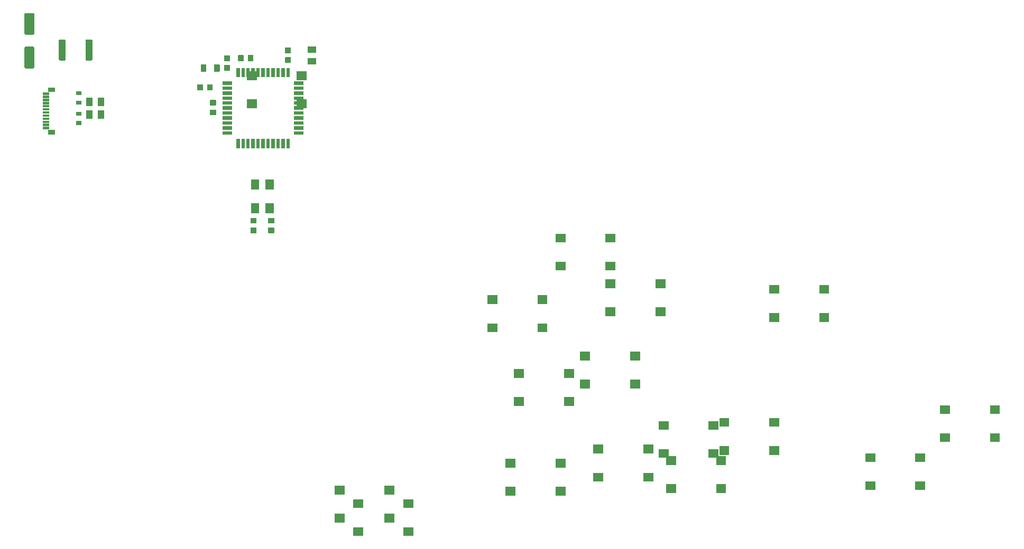
<source format=gbr>
%TF.GenerationSoftware,Flux,Pcbnew,7.0.11-7.0.11~ubuntu20.04.1*%
%TF.CreationDate,2024-08-18T14:12:48+00:00*%
%TF.ProjectId,input,696e7075-742e-46b6-9963-61645f706362,rev?*%
%TF.SameCoordinates,Original*%
%TF.FileFunction,Soldermask,Top*%
%TF.FilePolarity,Negative*%
%FSLAX46Y46*%
G04 Gerber Fmt 4.6, Leading zero omitted, Abs format (unit mm)*
G04 Filename: promicromacro*
G04 Build it with Flux! Visit our site at: https://www.flux.ai (PCBNEW 7.0.11-7.0.11~ubuntu20.04.1) date 2024-08-18 14:12:48*
%MOMM*%
%LPD*%
G01*
G04 APERTURE LIST*
G04 APERTURE END LIST*
%TO.C,*%
G36*
X-10525740Y34371448D02*
G01*
X-10521104Y34370991D01*
X-10516507Y34370232D01*
X-10511969Y34369174D01*
X-10507511Y34367821D01*
X-10503150Y34366180D01*
X-10498906Y34364257D01*
X-10494797Y34362061D01*
X-10490841Y34359601D01*
X-10487053Y34356887D01*
X-10483452Y34353931D01*
X-10480051Y34350746D01*
X-10476866Y34347345D01*
X-10473910Y34343744D01*
X-10471197Y34339957D01*
X-10468736Y34336000D01*
X-10466540Y34331891D01*
X-10464617Y34327647D01*
X-10462976Y34323286D01*
X-10461623Y34318828D01*
X-10460565Y34314290D01*
X-10459806Y34309693D01*
X-10459350Y34305057D01*
X-10459197Y34300400D01*
X-10459197Y33542800D01*
X-10459350Y33538143D01*
X-10459806Y33533507D01*
X-10460565Y33528910D01*
X-10461623Y33524372D01*
X-10462976Y33519914D01*
X-10464617Y33515553D01*
X-10466540Y33511309D01*
X-10468736Y33507200D01*
X-10471197Y33503243D01*
X-10473910Y33499456D01*
X-10476866Y33495855D01*
X-10480051Y33492454D01*
X-10483452Y33489269D01*
X-10487053Y33486313D01*
X-10490841Y33483599D01*
X-10494797Y33481139D01*
X-10498906Y33478943D01*
X-10503150Y33477020D01*
X-10507511Y33475379D01*
X-10511969Y33474026D01*
X-10516507Y33472968D01*
X-10521104Y33472209D01*
X-10525740Y33471752D01*
X-10530397Y33471600D01*
X-11337997Y33471600D01*
X-11342654Y33471752D01*
X-11347291Y33472209D01*
X-11351888Y33472968D01*
X-11356425Y33474026D01*
X-11360884Y33475379D01*
X-11365244Y33477020D01*
X-11369488Y33478943D01*
X-11373597Y33481139D01*
X-11377554Y33483599D01*
X-11381341Y33486313D01*
X-11384943Y33489269D01*
X-11388343Y33492454D01*
X-11391528Y33495855D01*
X-11394484Y33499456D01*
X-11397198Y33503243D01*
X-11399658Y33507200D01*
X-11401854Y33511309D01*
X-11403777Y33515553D01*
X-11405419Y33519914D01*
X-11406771Y33524372D01*
X-11407829Y33528910D01*
X-11408588Y33533507D01*
X-11409045Y33538143D01*
X-11409197Y33542800D01*
X-11409197Y34300400D01*
X-11409045Y34305057D01*
X-11408588Y34309693D01*
X-11407829Y34314290D01*
X-11406771Y34318828D01*
X-11405419Y34323286D01*
X-11403777Y34327647D01*
X-11401854Y34331891D01*
X-11399658Y34336000D01*
X-11397198Y34339957D01*
X-11394484Y34343744D01*
X-11391528Y34347345D01*
X-11388343Y34350746D01*
X-11384943Y34353931D01*
X-11381341Y34356887D01*
X-11377554Y34359601D01*
X-11373597Y34362061D01*
X-11369488Y34364257D01*
X-11365244Y34366180D01*
X-11360884Y34367821D01*
X-11356425Y34369174D01*
X-11351888Y34370232D01*
X-11347291Y34370991D01*
X-11342654Y34371448D01*
X-11337997Y34371600D01*
X-10530397Y34371600D01*
X-10525740Y34371448D01*
G37*
G36*
X-10525746Y35921448D02*
G01*
X-10521109Y35920991D01*
X-10516512Y35920232D01*
X-10511975Y35919174D01*
X-10507516Y35917821D01*
X-10503156Y35916180D01*
X-10498912Y35914257D01*
X-10494803Y35912061D01*
X-10490846Y35909601D01*
X-10487059Y35906887D01*
X-10483457Y35903931D01*
X-10480057Y35900746D01*
X-10476872Y35897345D01*
X-10473916Y35893744D01*
X-10471202Y35889957D01*
X-10468742Y35886000D01*
X-10466546Y35881891D01*
X-10464623Y35877647D01*
X-10462981Y35873286D01*
X-10461629Y35868828D01*
X-10460571Y35864290D01*
X-10459812Y35859693D01*
X-10459355Y35855057D01*
X-10459203Y35850400D01*
X-10459203Y35092800D01*
X-10459355Y35088143D01*
X-10459812Y35083507D01*
X-10460571Y35078910D01*
X-10461629Y35074372D01*
X-10462981Y35069914D01*
X-10464623Y35065553D01*
X-10466546Y35061309D01*
X-10468742Y35057200D01*
X-10471202Y35053243D01*
X-10473916Y35049456D01*
X-10476872Y35045855D01*
X-10480057Y35042454D01*
X-10483457Y35039269D01*
X-10487059Y35036313D01*
X-10490846Y35033599D01*
X-10494803Y35031139D01*
X-10498912Y35028943D01*
X-10503156Y35027020D01*
X-10507516Y35025379D01*
X-10511975Y35024026D01*
X-10516512Y35022968D01*
X-10521109Y35022209D01*
X-10525746Y35021752D01*
X-10530403Y35021600D01*
X-11338003Y35021600D01*
X-11342660Y35021752D01*
X-11347296Y35022209D01*
X-11351893Y35022968D01*
X-11356431Y35024026D01*
X-11360889Y35025379D01*
X-11365250Y35027020D01*
X-11369494Y35028943D01*
X-11373603Y35031139D01*
X-11377559Y35033599D01*
X-11381347Y35036313D01*
X-11384948Y35039269D01*
X-11388349Y35042454D01*
X-11391534Y35045855D01*
X-11394490Y35049456D01*
X-11397203Y35053243D01*
X-11399664Y35057200D01*
X-11401860Y35061309D01*
X-11403783Y35065553D01*
X-11405424Y35069914D01*
X-11406777Y35074372D01*
X-11407835Y35078910D01*
X-11408594Y35083507D01*
X-11409050Y35088143D01*
X-11409203Y35092800D01*
X-11409203Y35850400D01*
X-11409050Y35855057D01*
X-11408594Y35859693D01*
X-11407835Y35864290D01*
X-11406777Y35868828D01*
X-11405424Y35873286D01*
X-11403783Y35877647D01*
X-11401860Y35881891D01*
X-11399664Y35886000D01*
X-11397203Y35889957D01*
X-11394490Y35893744D01*
X-11391534Y35897345D01*
X-11388349Y35900746D01*
X-11384948Y35903931D01*
X-11381347Y35906887D01*
X-11377559Y35909601D01*
X-11373603Y35912061D01*
X-11369494Y35914257D01*
X-11365250Y35916180D01*
X-11360889Y35917821D01*
X-11356431Y35919174D01*
X-11351893Y35920232D01*
X-11347296Y35920991D01*
X-11342660Y35921448D01*
X-11338003Y35921600D01*
X-10530403Y35921600D01*
X-10525746Y35921448D01*
G37*
G36*
X-776640Y35634748D02*
G01*
X-772004Y35634291D01*
X-767407Y35633532D01*
X-762869Y35632474D01*
X-758411Y35631121D01*
X-754050Y35629480D01*
X-749806Y35627557D01*
X-745697Y35625361D01*
X-741741Y35622901D01*
X-737953Y35620187D01*
X-734352Y35617231D01*
X-730951Y35614046D01*
X-727766Y35610645D01*
X-724810Y35607044D01*
X-722097Y35603257D01*
X-719636Y35599300D01*
X-717440Y35595191D01*
X-715517Y35590947D01*
X-713876Y35586586D01*
X-712523Y35582128D01*
X-711465Y35577590D01*
X-710706Y35572993D01*
X-710250Y35568357D01*
X-710097Y35563700D01*
X-710097Y34806100D01*
X-710250Y34801443D01*
X-710706Y34796807D01*
X-711465Y34792210D01*
X-712523Y34787672D01*
X-713876Y34783214D01*
X-715517Y34778853D01*
X-717440Y34774609D01*
X-719636Y34770500D01*
X-722097Y34766543D01*
X-724810Y34762756D01*
X-727766Y34759155D01*
X-730951Y34755754D01*
X-734352Y34752569D01*
X-737953Y34749613D01*
X-741741Y34746899D01*
X-745697Y34744439D01*
X-749806Y34742243D01*
X-754050Y34740320D01*
X-758411Y34738679D01*
X-762869Y34737326D01*
X-767407Y34736268D01*
X-772004Y34735509D01*
X-776640Y34735052D01*
X-781297Y34734900D01*
X-1588897Y34734900D01*
X-1593554Y34735052D01*
X-1598191Y34735509D01*
X-1602788Y34736268D01*
X-1607325Y34737326D01*
X-1611784Y34738679D01*
X-1616144Y34740320D01*
X-1620388Y34742243D01*
X-1624497Y34744439D01*
X-1628454Y34746899D01*
X-1632241Y34749613D01*
X-1635843Y34752569D01*
X-1639243Y34755754D01*
X-1642428Y34759155D01*
X-1645384Y34762756D01*
X-1648098Y34766543D01*
X-1650558Y34770500D01*
X-1652754Y34774609D01*
X-1654677Y34778853D01*
X-1656319Y34783214D01*
X-1657671Y34787672D01*
X-1658729Y34792210D01*
X-1659488Y34796807D01*
X-1659945Y34801443D01*
X-1660097Y34806100D01*
X-1660097Y35563700D01*
X-1659945Y35568357D01*
X-1659488Y35572993D01*
X-1658729Y35577590D01*
X-1657671Y35582128D01*
X-1656319Y35586586D01*
X-1654677Y35590947D01*
X-1652754Y35595191D01*
X-1650558Y35599300D01*
X-1648098Y35603257D01*
X-1645384Y35607044D01*
X-1642428Y35610645D01*
X-1639243Y35614046D01*
X-1635843Y35617231D01*
X-1632241Y35620187D01*
X-1628454Y35622901D01*
X-1624497Y35625361D01*
X-1620388Y35627557D01*
X-1616144Y35629480D01*
X-1611784Y35631121D01*
X-1607325Y35632474D01*
X-1602788Y35633532D01*
X-1598191Y35634291D01*
X-1593554Y35634748D01*
X-1588897Y35634900D01*
X-781297Y35634900D01*
X-776640Y35634748D01*
G37*
G36*
X-776646Y37184748D02*
G01*
X-772009Y37184291D01*
X-767412Y37183532D01*
X-762875Y37182474D01*
X-758416Y37181121D01*
X-754056Y37179480D01*
X-749812Y37177557D01*
X-745703Y37175361D01*
X-741746Y37172901D01*
X-737959Y37170187D01*
X-734357Y37167231D01*
X-730957Y37164046D01*
X-727772Y37160645D01*
X-724816Y37157044D01*
X-722102Y37153257D01*
X-719642Y37149300D01*
X-717446Y37145191D01*
X-715523Y37140947D01*
X-713881Y37136586D01*
X-712529Y37132128D01*
X-711471Y37127590D01*
X-710712Y37122993D01*
X-710255Y37118357D01*
X-710103Y37113700D01*
X-710103Y36356100D01*
X-710255Y36351443D01*
X-710712Y36346807D01*
X-711471Y36342210D01*
X-712529Y36337672D01*
X-713881Y36333214D01*
X-715523Y36328853D01*
X-717446Y36324609D01*
X-719642Y36320500D01*
X-722102Y36316543D01*
X-724816Y36312756D01*
X-727772Y36309155D01*
X-730957Y36305754D01*
X-734357Y36302569D01*
X-737959Y36299613D01*
X-741746Y36296899D01*
X-745703Y36294439D01*
X-749812Y36292243D01*
X-754056Y36290320D01*
X-758416Y36288679D01*
X-762875Y36287326D01*
X-767412Y36286268D01*
X-772009Y36285509D01*
X-776646Y36285052D01*
X-781303Y36284900D01*
X-1588903Y36284900D01*
X-1593560Y36285052D01*
X-1598196Y36285509D01*
X-1602793Y36286268D01*
X-1607331Y36287326D01*
X-1611789Y36288679D01*
X-1616150Y36290320D01*
X-1620394Y36292243D01*
X-1624503Y36294439D01*
X-1628459Y36296899D01*
X-1632247Y36299613D01*
X-1635848Y36302569D01*
X-1639249Y36305754D01*
X-1642434Y36309155D01*
X-1645390Y36312756D01*
X-1648103Y36316543D01*
X-1650564Y36320500D01*
X-1652760Y36324609D01*
X-1654683Y36328853D01*
X-1656324Y36333214D01*
X-1657677Y36337672D01*
X-1658735Y36342210D01*
X-1659494Y36346807D01*
X-1659950Y36351443D01*
X-1660103Y36356100D01*
X-1660103Y37113700D01*
X-1659950Y37118357D01*
X-1659494Y37122993D01*
X-1658735Y37127590D01*
X-1657677Y37132128D01*
X-1656324Y37136586D01*
X-1654683Y37140947D01*
X-1652760Y37145191D01*
X-1650564Y37149300D01*
X-1648103Y37153257D01*
X-1645390Y37157044D01*
X-1642434Y37160645D01*
X-1639249Y37164046D01*
X-1635848Y37167231D01*
X-1632247Y37170187D01*
X-1628459Y37172901D01*
X-1624503Y37175361D01*
X-1620394Y37177557D01*
X-1616150Y37179480D01*
X-1611789Y37181121D01*
X-1607331Y37182474D01*
X-1602793Y37183532D01*
X-1598196Y37184291D01*
X-1593560Y37184748D01*
X-1588903Y37184900D01*
X-781303Y37184900D01*
X-776646Y37184748D01*
G37*
G36*
X-5780393Y10600596D02*
G01*
X-7080393Y10600596D01*
X-7080393Y12200596D01*
X-5780393Y12200596D01*
X-5780393Y10600596D01*
G37*
G36*
X-3480393Y10600604D02*
G01*
X-4780393Y10600604D01*
X-4780393Y12200604D01*
X-3480393Y12200604D01*
X-3480393Y10600604D01*
G37*
G36*
X-5780407Y14400596D02*
G01*
X-7080407Y14400596D01*
X-7080407Y16000596D01*
X-5780407Y16000596D01*
X-5780407Y14400596D01*
G37*
G36*
X-3480407Y14400604D02*
G01*
X-4780407Y14400604D01*
X-4780407Y16000604D01*
X-3480407Y16000604D01*
X-3480407Y14400604D01*
G37*
G36*
X-6309840Y8311348D02*
G01*
X-6305204Y8310891D01*
X-6300607Y8310132D01*
X-6296069Y8309074D01*
X-6291611Y8307721D01*
X-6287250Y8306080D01*
X-6283006Y8304157D01*
X-6278897Y8301961D01*
X-6274941Y8299501D01*
X-6271153Y8296787D01*
X-6267552Y8293831D01*
X-6264151Y8290646D01*
X-6260966Y8287245D01*
X-6258010Y8283644D01*
X-6255297Y8279857D01*
X-6252836Y8275900D01*
X-6250640Y8271791D01*
X-6248717Y8267547D01*
X-6247076Y8263186D01*
X-6245723Y8258728D01*
X-6244665Y8254190D01*
X-6243906Y8249593D01*
X-6243450Y8244957D01*
X-6243297Y8240300D01*
X-6243297Y7482700D01*
X-6243450Y7478043D01*
X-6243906Y7473407D01*
X-6244665Y7468810D01*
X-6245723Y7464272D01*
X-6247076Y7459814D01*
X-6248717Y7455453D01*
X-6250640Y7451209D01*
X-6252836Y7447100D01*
X-6255297Y7443143D01*
X-6258010Y7439356D01*
X-6260966Y7435755D01*
X-6264151Y7432354D01*
X-6267552Y7429169D01*
X-6271153Y7426213D01*
X-6274941Y7423499D01*
X-6278897Y7421039D01*
X-6283006Y7418843D01*
X-6287250Y7416920D01*
X-6291611Y7415279D01*
X-6296069Y7413926D01*
X-6300607Y7412868D01*
X-6305204Y7412109D01*
X-6309840Y7411652D01*
X-6314497Y7411500D01*
X-7122097Y7411500D01*
X-7126754Y7411652D01*
X-7131391Y7412109D01*
X-7135988Y7412868D01*
X-7140525Y7413926D01*
X-7144984Y7415279D01*
X-7149344Y7416920D01*
X-7153588Y7418843D01*
X-7157697Y7421039D01*
X-7161654Y7423499D01*
X-7165441Y7426213D01*
X-7169043Y7429169D01*
X-7172443Y7432354D01*
X-7175628Y7435755D01*
X-7178584Y7439356D01*
X-7181298Y7443143D01*
X-7183758Y7447100D01*
X-7185954Y7451209D01*
X-7187877Y7455453D01*
X-7189519Y7459814D01*
X-7190871Y7464272D01*
X-7191929Y7468810D01*
X-7192688Y7473407D01*
X-7193145Y7478043D01*
X-7193297Y7482700D01*
X-7193297Y8240300D01*
X-7193145Y8244957D01*
X-7192688Y8249593D01*
X-7191929Y8254190D01*
X-7190871Y8258728D01*
X-7189519Y8263186D01*
X-7187877Y8267547D01*
X-7185954Y8271791D01*
X-7183758Y8275900D01*
X-7181298Y8279857D01*
X-7178584Y8283644D01*
X-7175628Y8287245D01*
X-7172443Y8290646D01*
X-7169043Y8293831D01*
X-7165441Y8296787D01*
X-7161654Y8299501D01*
X-7157697Y8301961D01*
X-7153588Y8304157D01*
X-7149344Y8306080D01*
X-7144984Y8307721D01*
X-7140525Y8309074D01*
X-7135988Y8310132D01*
X-7131391Y8310891D01*
X-7126754Y8311348D01*
X-7122097Y8311500D01*
X-6314497Y8311500D01*
X-6309840Y8311348D01*
G37*
G36*
X-6309846Y9861348D02*
G01*
X-6305209Y9860891D01*
X-6300612Y9860132D01*
X-6296075Y9859074D01*
X-6291616Y9857721D01*
X-6287256Y9856080D01*
X-6283012Y9854157D01*
X-6278903Y9851961D01*
X-6274946Y9849501D01*
X-6271159Y9846787D01*
X-6267557Y9843831D01*
X-6264157Y9840646D01*
X-6260972Y9837245D01*
X-6258016Y9833644D01*
X-6255302Y9829857D01*
X-6252842Y9825900D01*
X-6250646Y9821791D01*
X-6248723Y9817547D01*
X-6247081Y9813186D01*
X-6245729Y9808728D01*
X-6244671Y9804190D01*
X-6243912Y9799593D01*
X-6243455Y9794957D01*
X-6243303Y9790300D01*
X-6243303Y9032700D01*
X-6243455Y9028043D01*
X-6243912Y9023407D01*
X-6244671Y9018810D01*
X-6245729Y9014272D01*
X-6247081Y9009814D01*
X-6248723Y9005453D01*
X-6250646Y9001209D01*
X-6252842Y8997100D01*
X-6255302Y8993143D01*
X-6258016Y8989356D01*
X-6260972Y8985755D01*
X-6264157Y8982354D01*
X-6267557Y8979169D01*
X-6271159Y8976213D01*
X-6274946Y8973499D01*
X-6278903Y8971039D01*
X-6283012Y8968843D01*
X-6287256Y8966920D01*
X-6291616Y8965279D01*
X-6296075Y8963926D01*
X-6300612Y8962868D01*
X-6305209Y8962109D01*
X-6309846Y8961652D01*
X-6314503Y8961500D01*
X-7122103Y8961500D01*
X-7126760Y8961652D01*
X-7131396Y8962109D01*
X-7135993Y8962868D01*
X-7140531Y8963926D01*
X-7144989Y8965279D01*
X-7149350Y8966920D01*
X-7153594Y8968843D01*
X-7157703Y8971039D01*
X-7161659Y8973499D01*
X-7165447Y8976213D01*
X-7169048Y8979169D01*
X-7172449Y8982354D01*
X-7175634Y8985755D01*
X-7178590Y8989356D01*
X-7181303Y8993143D01*
X-7183764Y8997100D01*
X-7185960Y9001209D01*
X-7187883Y9005453D01*
X-7189524Y9009814D01*
X-7190877Y9014272D01*
X-7191935Y9018810D01*
X-7192694Y9023407D01*
X-7193150Y9028043D01*
X-7193303Y9032700D01*
X-7193303Y9790300D01*
X-7193150Y9794957D01*
X-7192694Y9799593D01*
X-7191935Y9804190D01*
X-7190877Y9808728D01*
X-7189524Y9813186D01*
X-7187883Y9817547D01*
X-7185960Y9821791D01*
X-7183764Y9825900D01*
X-7181303Y9829857D01*
X-7178590Y9833644D01*
X-7175634Y9837245D01*
X-7172449Y9840646D01*
X-7169048Y9843831D01*
X-7165447Y9846787D01*
X-7161659Y9849501D01*
X-7157703Y9851961D01*
X-7153594Y9854157D01*
X-7149350Y9856080D01*
X-7144989Y9857721D01*
X-7140531Y9859074D01*
X-7135993Y9860132D01*
X-7131396Y9860891D01*
X-7126760Y9861348D01*
X-7122103Y9861500D01*
X-6314503Y9861500D01*
X-6309846Y9861348D01*
G37*
G36*
X-34231597Y24786100D02*
G01*
X-35131597Y24786100D01*
X-35131597Y25386100D01*
X-34231597Y25386100D01*
X-34231597Y24786100D01*
G37*
G36*
X-34231603Y26286100D02*
G01*
X-35131603Y26286100D01*
X-35131603Y26886100D01*
X-34231603Y26886100D01*
X-34231603Y26286100D01*
G37*
G36*
X-3467940Y8318748D02*
G01*
X-3463304Y8318291D01*
X-3458707Y8317532D01*
X-3454169Y8316474D01*
X-3449711Y8315121D01*
X-3445350Y8313480D01*
X-3441106Y8311557D01*
X-3436997Y8309361D01*
X-3433041Y8306901D01*
X-3429253Y8304187D01*
X-3425652Y8301231D01*
X-3422251Y8298046D01*
X-3419066Y8294645D01*
X-3416110Y8291044D01*
X-3413397Y8287257D01*
X-3410936Y8283300D01*
X-3408740Y8279191D01*
X-3406817Y8274947D01*
X-3405176Y8270586D01*
X-3403823Y8266128D01*
X-3402765Y8261590D01*
X-3402006Y8256993D01*
X-3401550Y8252357D01*
X-3401397Y8247700D01*
X-3401397Y7490100D01*
X-3401550Y7485443D01*
X-3402006Y7480807D01*
X-3402765Y7476210D01*
X-3403823Y7471672D01*
X-3405176Y7467214D01*
X-3406817Y7462853D01*
X-3408740Y7458609D01*
X-3410936Y7454500D01*
X-3413397Y7450543D01*
X-3416110Y7446756D01*
X-3419066Y7443155D01*
X-3422251Y7439754D01*
X-3425652Y7436569D01*
X-3429253Y7433613D01*
X-3433041Y7430899D01*
X-3436997Y7428439D01*
X-3441106Y7426243D01*
X-3445350Y7424320D01*
X-3449711Y7422679D01*
X-3454169Y7421326D01*
X-3458707Y7420268D01*
X-3463304Y7419509D01*
X-3467940Y7419052D01*
X-3472597Y7418900D01*
X-4280197Y7418900D01*
X-4284854Y7419052D01*
X-4289491Y7419509D01*
X-4294088Y7420268D01*
X-4298625Y7421326D01*
X-4303084Y7422679D01*
X-4307444Y7424320D01*
X-4311688Y7426243D01*
X-4315797Y7428439D01*
X-4319754Y7430899D01*
X-4323541Y7433613D01*
X-4327143Y7436569D01*
X-4330543Y7439754D01*
X-4333728Y7443155D01*
X-4336684Y7446756D01*
X-4339398Y7450543D01*
X-4341858Y7454500D01*
X-4344054Y7458609D01*
X-4345977Y7462853D01*
X-4347619Y7467214D01*
X-4348971Y7471672D01*
X-4350029Y7476210D01*
X-4350788Y7480807D01*
X-4351245Y7485443D01*
X-4351397Y7490100D01*
X-4351397Y8247700D01*
X-4351245Y8252357D01*
X-4350788Y8256993D01*
X-4350029Y8261590D01*
X-4348971Y8266128D01*
X-4347619Y8270586D01*
X-4345977Y8274947D01*
X-4344054Y8279191D01*
X-4341858Y8283300D01*
X-4339398Y8287257D01*
X-4336684Y8291044D01*
X-4333728Y8294645D01*
X-4330543Y8298046D01*
X-4327143Y8301231D01*
X-4323541Y8304187D01*
X-4319754Y8306901D01*
X-4315797Y8309361D01*
X-4311688Y8311557D01*
X-4307444Y8313480D01*
X-4303084Y8315121D01*
X-4298625Y8316474D01*
X-4294088Y8317532D01*
X-4289491Y8318291D01*
X-4284854Y8318748D01*
X-4280197Y8318900D01*
X-3472597Y8318900D01*
X-3467940Y8318748D01*
G37*
G36*
X-3467946Y9868748D02*
G01*
X-3463309Y9868291D01*
X-3458712Y9867532D01*
X-3454175Y9866474D01*
X-3449716Y9865121D01*
X-3445356Y9863480D01*
X-3441112Y9861557D01*
X-3437003Y9859361D01*
X-3433046Y9856901D01*
X-3429259Y9854187D01*
X-3425657Y9851231D01*
X-3422257Y9848046D01*
X-3419072Y9844645D01*
X-3416116Y9841044D01*
X-3413402Y9837257D01*
X-3410942Y9833300D01*
X-3408746Y9829191D01*
X-3406823Y9824947D01*
X-3405181Y9820586D01*
X-3403829Y9816128D01*
X-3402771Y9811590D01*
X-3402012Y9806993D01*
X-3401555Y9802357D01*
X-3401403Y9797700D01*
X-3401403Y9040100D01*
X-3401555Y9035443D01*
X-3402012Y9030807D01*
X-3402771Y9026210D01*
X-3403829Y9021672D01*
X-3405181Y9017214D01*
X-3406823Y9012853D01*
X-3408746Y9008609D01*
X-3410942Y9004500D01*
X-3413402Y9000543D01*
X-3416116Y8996756D01*
X-3419072Y8993155D01*
X-3422257Y8989754D01*
X-3425657Y8986569D01*
X-3429259Y8983613D01*
X-3433046Y8980899D01*
X-3437003Y8978439D01*
X-3441112Y8976243D01*
X-3445356Y8974320D01*
X-3449716Y8972679D01*
X-3454175Y8971326D01*
X-3458712Y8970268D01*
X-3463309Y8969509D01*
X-3467946Y8969052D01*
X-3472603Y8968900D01*
X-4280203Y8968900D01*
X-4284860Y8969052D01*
X-4289496Y8969509D01*
X-4294093Y8970268D01*
X-4298631Y8971326D01*
X-4303089Y8972679D01*
X-4307450Y8974320D01*
X-4311694Y8976243D01*
X-4315803Y8978439D01*
X-4319759Y8980899D01*
X-4323547Y8983613D01*
X-4327148Y8986569D01*
X-4330549Y8989754D01*
X-4333734Y8993155D01*
X-4336690Y8996756D01*
X-4339403Y9000543D01*
X-4341864Y9004500D01*
X-4344060Y9008609D01*
X-4345983Y9012853D01*
X-4347624Y9017214D01*
X-4348977Y9021672D01*
X-4350035Y9026210D01*
X-4350794Y9030807D01*
X-4351250Y9035443D01*
X-4351403Y9040100D01*
X-4351403Y9797700D01*
X-4351250Y9802357D01*
X-4350794Y9806993D01*
X-4350035Y9811590D01*
X-4348977Y9816128D01*
X-4347624Y9820586D01*
X-4345983Y9824947D01*
X-4344060Y9829191D01*
X-4341864Y9833300D01*
X-4339403Y9837257D01*
X-4336690Y9841044D01*
X-4333734Y9844645D01*
X-4330549Y9848046D01*
X-4327148Y9851231D01*
X-4323547Y9854187D01*
X-4319759Y9856901D01*
X-4315803Y9859361D01*
X-4311694Y9861557D01*
X-4307450Y9863480D01*
X-4303089Y9865121D01*
X-4298631Y9866474D01*
X-4294093Y9867532D01*
X-4289496Y9868291D01*
X-4284860Y9868748D01*
X-4280203Y9868900D01*
X-3472603Y9868900D01*
X-3467946Y9868748D01*
G37*
G36*
X-13322043Y31254645D02*
G01*
X-13317407Y31254189D01*
X-13312810Y31253430D01*
X-13308272Y31252372D01*
X-13303814Y31251019D01*
X-13299453Y31249378D01*
X-13295209Y31247455D01*
X-13291100Y31245259D01*
X-13287143Y31242799D01*
X-13283356Y31240085D01*
X-13279755Y31237129D01*
X-13276354Y31233944D01*
X-13273169Y31230543D01*
X-13270213Y31226942D01*
X-13267499Y31223155D01*
X-13265039Y31219198D01*
X-13262843Y31215089D01*
X-13260920Y31210845D01*
X-13259279Y31206484D01*
X-13257926Y31202026D01*
X-13256868Y31197488D01*
X-13256109Y31192891D01*
X-13255652Y31188255D01*
X-13255500Y31183598D01*
X-13255500Y30375998D01*
X-13255652Y30371341D01*
X-13256109Y30366704D01*
X-13256868Y30362108D01*
X-13257926Y30357570D01*
X-13259279Y30353111D01*
X-13260920Y30348751D01*
X-13262843Y30344507D01*
X-13265039Y30340398D01*
X-13267499Y30336441D01*
X-13270213Y30332654D01*
X-13273169Y30329053D01*
X-13276354Y30325652D01*
X-13279755Y30322467D01*
X-13283356Y30319511D01*
X-13287143Y30316797D01*
X-13291100Y30314337D01*
X-13295209Y30312141D01*
X-13299453Y30310218D01*
X-13303814Y30308577D01*
X-13308272Y30307224D01*
X-13312810Y30306166D01*
X-13317407Y30305407D01*
X-13322043Y30304950D01*
X-13326700Y30304798D01*
X-14084300Y30304798D01*
X-14088957Y30304950D01*
X-14093593Y30305407D01*
X-14098190Y30306166D01*
X-14102728Y30307224D01*
X-14107186Y30308577D01*
X-14111547Y30310218D01*
X-14115791Y30312141D01*
X-14119900Y30314337D01*
X-14123857Y30316797D01*
X-14127644Y30319511D01*
X-14131245Y30322467D01*
X-14134646Y30325652D01*
X-14137831Y30329053D01*
X-14140787Y30332654D01*
X-14143501Y30336441D01*
X-14145961Y30340398D01*
X-14148157Y30344507D01*
X-14150080Y30348751D01*
X-14151721Y30353111D01*
X-14153074Y30357570D01*
X-14154132Y30362108D01*
X-14154891Y30366704D01*
X-14155348Y30371341D01*
X-14155500Y30375998D01*
X-14155500Y31183598D01*
X-14155348Y31188255D01*
X-14154891Y31192891D01*
X-14154132Y31197488D01*
X-14153074Y31202026D01*
X-14151721Y31206484D01*
X-14150080Y31210845D01*
X-14148157Y31215089D01*
X-14145961Y31219198D01*
X-14143501Y31223155D01*
X-14140787Y31226942D01*
X-14137831Y31230543D01*
X-14134646Y31233944D01*
X-14131245Y31237129D01*
X-14127644Y31240085D01*
X-14123857Y31242799D01*
X-14119900Y31245259D01*
X-14115791Y31247455D01*
X-14111547Y31249378D01*
X-14107186Y31251019D01*
X-14102728Y31252372D01*
X-14098190Y31253430D01*
X-14093593Y31254189D01*
X-14088957Y31254645D01*
X-14084300Y31254798D01*
X-13326700Y31254798D01*
X-13322043Y31254645D01*
G37*
G36*
X-14872043Y31254650D02*
G01*
X-14867407Y31254193D01*
X-14862810Y31253434D01*
X-14858272Y31252376D01*
X-14853814Y31251023D01*
X-14849453Y31249382D01*
X-14845209Y31247459D01*
X-14841100Y31245263D01*
X-14837143Y31242803D01*
X-14833356Y31240089D01*
X-14829755Y31237133D01*
X-14826354Y31233948D01*
X-14823169Y31230547D01*
X-14820213Y31226946D01*
X-14817499Y31223159D01*
X-14815039Y31219202D01*
X-14812843Y31215093D01*
X-14810920Y31210849D01*
X-14809279Y31206489D01*
X-14807926Y31202030D01*
X-14806868Y31197492D01*
X-14806109Y31192896D01*
X-14805652Y31188259D01*
X-14805500Y31183602D01*
X-14805500Y30376002D01*
X-14805652Y30371345D01*
X-14806109Y30366709D01*
X-14806868Y30362112D01*
X-14807926Y30357574D01*
X-14809279Y30353116D01*
X-14810920Y30348755D01*
X-14812843Y30344511D01*
X-14815039Y30340402D01*
X-14817499Y30336445D01*
X-14820213Y30332658D01*
X-14823169Y30329057D01*
X-14826354Y30325656D01*
X-14829755Y30322471D01*
X-14833356Y30319515D01*
X-14837143Y30316801D01*
X-14841100Y30314341D01*
X-14845209Y30312145D01*
X-14849453Y30310222D01*
X-14853814Y30308581D01*
X-14858272Y30307228D01*
X-14862810Y30306170D01*
X-14867407Y30305411D01*
X-14872043Y30304955D01*
X-14876700Y30304802D01*
X-15634300Y30304802D01*
X-15638957Y30304955D01*
X-15643593Y30305411D01*
X-15648190Y30306170D01*
X-15652728Y30307228D01*
X-15657186Y30308581D01*
X-15661547Y30310222D01*
X-15665791Y30312145D01*
X-15669900Y30314341D01*
X-15673857Y30316801D01*
X-15677644Y30319515D01*
X-15681245Y30322471D01*
X-15684646Y30325656D01*
X-15687831Y30329057D01*
X-15690787Y30332658D01*
X-15693501Y30336445D01*
X-15695961Y30340402D01*
X-15698157Y30344511D01*
X-15700080Y30348755D01*
X-15701721Y30353116D01*
X-15703074Y30357574D01*
X-15704132Y30362112D01*
X-15704891Y30366709D01*
X-15705348Y30371345D01*
X-15705500Y30376002D01*
X-15705500Y31183602D01*
X-15705348Y31188259D01*
X-15704891Y31192896D01*
X-15704132Y31197492D01*
X-15703074Y31202030D01*
X-15701721Y31206489D01*
X-15700080Y31210849D01*
X-15698157Y31215093D01*
X-15695961Y31219202D01*
X-15693501Y31223159D01*
X-15690787Y31226946D01*
X-15687831Y31230547D01*
X-15684646Y31233948D01*
X-15681245Y31237133D01*
X-15677644Y31240089D01*
X-15673857Y31242803D01*
X-15669900Y31245263D01*
X-15665791Y31247459D01*
X-15661547Y31249382D01*
X-15657186Y31251023D01*
X-15652728Y31252376D01*
X-15648190Y31253434D01*
X-15643593Y31254193D01*
X-15638957Y31254650D01*
X-15634300Y31254802D01*
X-14876700Y31254802D01*
X-14872043Y31254650D01*
G37*
G36*
X-12783744Y28772348D02*
G01*
X-12779107Y28771891D01*
X-12774510Y28771132D01*
X-12769973Y28770074D01*
X-12765514Y28768721D01*
X-12761154Y28767080D01*
X-12756910Y28765157D01*
X-12752801Y28762961D01*
X-12748844Y28760501D01*
X-12745057Y28757787D01*
X-12741455Y28754831D01*
X-12738055Y28751646D01*
X-12734870Y28748245D01*
X-12731914Y28744644D01*
X-12729200Y28740857D01*
X-12726740Y28736900D01*
X-12724543Y28732791D01*
X-12722621Y28728547D01*
X-12720979Y28724186D01*
X-12719627Y28719728D01*
X-12718569Y28715190D01*
X-12717810Y28710593D01*
X-12717353Y28705957D01*
X-12717201Y28701300D01*
X-12717201Y27943700D01*
X-12717353Y27939043D01*
X-12717810Y27934407D01*
X-12718569Y27929810D01*
X-12719627Y27925272D01*
X-12720979Y27920814D01*
X-12722621Y27916453D01*
X-12724543Y27912209D01*
X-12726740Y27908100D01*
X-12729200Y27904143D01*
X-12731914Y27900356D01*
X-12734870Y27896755D01*
X-12738055Y27893354D01*
X-12741455Y27890169D01*
X-12745057Y27887213D01*
X-12748844Y27884499D01*
X-12752801Y27882039D01*
X-12756910Y27879843D01*
X-12761154Y27877920D01*
X-12765514Y27876279D01*
X-12769973Y27874926D01*
X-12774510Y27873868D01*
X-12779107Y27873109D01*
X-12783744Y27872652D01*
X-12788401Y27872500D01*
X-13596001Y27872500D01*
X-13600657Y27872652D01*
X-13605294Y27873109D01*
X-13609891Y27873868D01*
X-13614429Y27874926D01*
X-13618887Y27876279D01*
X-13623248Y27877920D01*
X-13627492Y27879843D01*
X-13631601Y27882039D01*
X-13635557Y27884499D01*
X-13639345Y27887213D01*
X-13642946Y27890169D01*
X-13646347Y27893354D01*
X-13649532Y27896755D01*
X-13652488Y27900356D01*
X-13655201Y27904143D01*
X-13657662Y27908100D01*
X-13659858Y27912209D01*
X-13661781Y27916453D01*
X-13663422Y27920814D01*
X-13664775Y27925272D01*
X-13665833Y27929810D01*
X-13666592Y27934407D01*
X-13667048Y27939043D01*
X-13667201Y27943700D01*
X-13667201Y28701300D01*
X-13667048Y28705957D01*
X-13666592Y28710593D01*
X-13665833Y28715190D01*
X-13664775Y28719728D01*
X-13663422Y28724186D01*
X-13661781Y28728547D01*
X-13659858Y28732791D01*
X-13657662Y28736900D01*
X-13655201Y28740857D01*
X-13652488Y28744644D01*
X-13649532Y28748245D01*
X-13646347Y28751646D01*
X-13642946Y28754831D01*
X-13639345Y28757787D01*
X-13635557Y28760501D01*
X-13631601Y28762961D01*
X-13627492Y28765157D01*
X-13623248Y28767080D01*
X-13618887Y28768721D01*
X-13614429Y28770074D01*
X-13609891Y28771132D01*
X-13605294Y28771891D01*
X-13600657Y28772348D01*
X-13596001Y28772500D01*
X-12788401Y28772500D01*
X-12783744Y28772348D01*
G37*
G36*
X-12783743Y27222348D02*
G01*
X-12779106Y27221891D01*
X-12774509Y27221132D01*
X-12769971Y27220074D01*
X-12765513Y27218721D01*
X-12761152Y27217080D01*
X-12756908Y27215157D01*
X-12752799Y27212961D01*
X-12748843Y27210501D01*
X-12745055Y27207787D01*
X-12741454Y27204831D01*
X-12738053Y27201646D01*
X-12734868Y27198245D01*
X-12731912Y27194644D01*
X-12729199Y27190857D01*
X-12726738Y27186900D01*
X-12724542Y27182791D01*
X-12722619Y27178547D01*
X-12720978Y27174186D01*
X-12719625Y27169728D01*
X-12718567Y27165190D01*
X-12717808Y27160593D01*
X-12717352Y27155957D01*
X-12717199Y27151300D01*
X-12717199Y26393700D01*
X-12717352Y26389043D01*
X-12717808Y26384407D01*
X-12718567Y26379810D01*
X-12719625Y26375272D01*
X-12720978Y26370814D01*
X-12722619Y26366453D01*
X-12724542Y26362209D01*
X-12726738Y26358100D01*
X-12729199Y26354143D01*
X-12731912Y26350356D01*
X-12734868Y26346755D01*
X-12738053Y26343354D01*
X-12741454Y26340169D01*
X-12745055Y26337213D01*
X-12748843Y26334499D01*
X-12752799Y26332039D01*
X-12756908Y26329843D01*
X-12761152Y26327920D01*
X-12765513Y26326279D01*
X-12769971Y26324926D01*
X-12774509Y26323868D01*
X-12779106Y26323109D01*
X-12783743Y26322652D01*
X-12788399Y26322500D01*
X-13595999Y26322500D01*
X-13600656Y26322652D01*
X-13605293Y26323109D01*
X-13609890Y26323868D01*
X-13614427Y26324926D01*
X-13618886Y26326279D01*
X-13623246Y26327920D01*
X-13627490Y26329843D01*
X-13631599Y26332039D01*
X-13635556Y26334499D01*
X-13639343Y26337213D01*
X-13642945Y26340169D01*
X-13646345Y26343354D01*
X-13649530Y26346755D01*
X-13652486Y26350356D01*
X-13655200Y26354143D01*
X-13657660Y26358100D01*
X-13659857Y26362209D01*
X-13661779Y26366453D01*
X-13663421Y26370814D01*
X-13664773Y26375272D01*
X-13665831Y26379810D01*
X-13666590Y26384407D01*
X-13667047Y26389043D01*
X-13667199Y26393700D01*
X-13667199Y27151300D01*
X-13667047Y27155957D01*
X-13666590Y27160593D01*
X-13665831Y27165190D01*
X-13664773Y27169728D01*
X-13663421Y27174186D01*
X-13661779Y27178547D01*
X-13659857Y27182791D01*
X-13657660Y27186900D01*
X-13655200Y27190857D01*
X-13652486Y27194644D01*
X-13649530Y27198245D01*
X-13646345Y27201646D01*
X-13642945Y27204831D01*
X-13639343Y27207787D01*
X-13635556Y27210501D01*
X-13631599Y27212961D01*
X-13627490Y27215157D01*
X-13623246Y27217080D01*
X-13618886Y27218721D01*
X-13614427Y27220074D01*
X-13609890Y27221132D01*
X-13605293Y27221891D01*
X-13600656Y27222348D01*
X-13595999Y27222500D01*
X-12788399Y27222500D01*
X-12783743Y27222348D01*
G37*
G36*
X-12208114Y34516407D02*
G01*
X-12202253Y34515830D01*
X-12196442Y34514871D01*
X-12190706Y34513533D01*
X-12185070Y34511824D01*
X-12179558Y34509749D01*
X-12174194Y34507319D01*
X-12169000Y34504542D01*
X-12163999Y34501432D01*
X-12159211Y34498002D01*
X-12154659Y34494266D01*
X-12150360Y34490240D01*
X-12146334Y34485941D01*
X-12142598Y34481389D01*
X-12139168Y34476601D01*
X-12136058Y34471600D01*
X-12133281Y34466406D01*
X-12130851Y34461042D01*
X-12128776Y34455530D01*
X-12127067Y34449894D01*
X-12125729Y34444158D01*
X-12124770Y34438347D01*
X-12124193Y34432486D01*
X-12124000Y34426600D01*
X-12124000Y33406600D01*
X-12124193Y33400714D01*
X-12124770Y33394853D01*
X-12125729Y33389042D01*
X-12127067Y33383306D01*
X-12128776Y33377670D01*
X-12130851Y33372158D01*
X-12133281Y33366794D01*
X-12136058Y33361600D01*
X-12139168Y33356599D01*
X-12142598Y33351811D01*
X-12146334Y33347259D01*
X-12150360Y33342960D01*
X-12154659Y33338934D01*
X-12159211Y33335198D01*
X-12163999Y33331768D01*
X-12169000Y33328658D01*
X-12174194Y33325881D01*
X-12179558Y33323451D01*
X-12185070Y33321376D01*
X-12190706Y33319667D01*
X-12196442Y33318329D01*
X-12202253Y33317370D01*
X-12208114Y33316793D01*
X-12214000Y33316600D01*
X-12909000Y33316600D01*
X-12914886Y33316793D01*
X-12920747Y33317370D01*
X-12926558Y33318329D01*
X-12932294Y33319667D01*
X-12937930Y33321376D01*
X-12943442Y33323451D01*
X-12948806Y33325881D01*
X-12954000Y33328658D01*
X-12959001Y33331768D01*
X-12963789Y33335198D01*
X-12968341Y33338934D01*
X-12972640Y33342960D01*
X-12976666Y33347259D01*
X-12980402Y33351811D01*
X-12983832Y33356599D01*
X-12986942Y33361600D01*
X-12989719Y33366794D01*
X-12992149Y33372158D01*
X-12994224Y33377670D01*
X-12995933Y33383306D01*
X-12997271Y33389042D01*
X-12998230Y33394853D01*
X-12998807Y33400714D01*
X-12999000Y33406600D01*
X-12999000Y34426600D01*
X-12998807Y34432486D01*
X-12998230Y34438347D01*
X-12997271Y34444158D01*
X-12995933Y34449894D01*
X-12994224Y34455530D01*
X-12992149Y34461042D01*
X-12989719Y34466406D01*
X-12986942Y34471600D01*
X-12983832Y34476601D01*
X-12980402Y34481389D01*
X-12976666Y34485941D01*
X-12972640Y34490240D01*
X-12968341Y34494266D01*
X-12963789Y34498002D01*
X-12959001Y34501432D01*
X-12954000Y34504542D01*
X-12948806Y34507319D01*
X-12943442Y34509749D01*
X-12937930Y34511824D01*
X-12932294Y34513533D01*
X-12926558Y34514871D01*
X-12920747Y34515830D01*
X-12914886Y34516407D01*
X-12909000Y34516600D01*
X-12214000Y34516600D01*
X-12208114Y34516407D01*
G37*
G36*
X-14333114Y34516407D02*
G01*
X-14327253Y34515830D01*
X-14321442Y34514871D01*
X-14315706Y34513533D01*
X-14310070Y34511824D01*
X-14304558Y34509749D01*
X-14299194Y34507319D01*
X-14294000Y34504542D01*
X-14288999Y34501432D01*
X-14284211Y34498002D01*
X-14279659Y34494266D01*
X-14275360Y34490240D01*
X-14271334Y34485941D01*
X-14267598Y34481389D01*
X-14264168Y34476601D01*
X-14261058Y34471600D01*
X-14258281Y34466406D01*
X-14255851Y34461042D01*
X-14253776Y34455530D01*
X-14252067Y34449894D01*
X-14250729Y34444158D01*
X-14249770Y34438347D01*
X-14249193Y34432486D01*
X-14249000Y34426600D01*
X-14249000Y33406600D01*
X-14249193Y33400714D01*
X-14249770Y33394853D01*
X-14250729Y33389042D01*
X-14252067Y33383306D01*
X-14253776Y33377670D01*
X-14255851Y33372158D01*
X-14258281Y33366794D01*
X-14261058Y33361600D01*
X-14264168Y33356599D01*
X-14267598Y33351811D01*
X-14271334Y33347259D01*
X-14275360Y33342960D01*
X-14279659Y33338934D01*
X-14284211Y33335198D01*
X-14288999Y33331768D01*
X-14294000Y33328658D01*
X-14299194Y33325881D01*
X-14304558Y33323451D01*
X-14310070Y33321376D01*
X-14315706Y33319667D01*
X-14321442Y33318329D01*
X-14327253Y33317370D01*
X-14333114Y33316793D01*
X-14339000Y33316600D01*
X-15034000Y33316600D01*
X-15039886Y33316793D01*
X-15045747Y33317370D01*
X-15051558Y33318329D01*
X-15057294Y33319667D01*
X-15062930Y33321376D01*
X-15068442Y33323451D01*
X-15073806Y33325881D01*
X-15079000Y33328658D01*
X-15084001Y33331768D01*
X-15088789Y33335198D01*
X-15093341Y33338934D01*
X-15097640Y33342960D01*
X-15101666Y33347259D01*
X-15105402Y33351811D01*
X-15108832Y33356599D01*
X-15111942Y33361600D01*
X-15114719Y33366794D01*
X-15117149Y33372158D01*
X-15119224Y33377670D01*
X-15120933Y33383306D01*
X-15122271Y33389042D01*
X-15123230Y33394853D01*
X-15123807Y33400714D01*
X-15124000Y33406600D01*
X-15124000Y34426600D01*
X-15123807Y34432486D01*
X-15123230Y34438347D01*
X-15122271Y34444158D01*
X-15120933Y34449894D01*
X-15119224Y34455530D01*
X-15117149Y34461042D01*
X-15114719Y34466406D01*
X-15111942Y34471600D01*
X-15108832Y34476601D01*
X-15105402Y34481389D01*
X-15101666Y34485941D01*
X-15097640Y34490240D01*
X-15093341Y34494266D01*
X-15088789Y34498002D01*
X-15084001Y34501432D01*
X-15079000Y34504542D01*
X-15073806Y34507319D01*
X-15068442Y34509749D01*
X-15062930Y34511824D01*
X-15057294Y34513533D01*
X-15051558Y34514871D01*
X-15045747Y34515830D01*
X-15039886Y34516407D01*
X-15034000Y34516600D01*
X-14339000Y34516600D01*
X-14333114Y34516407D01*
G37*
G36*
X-34231601Y29564700D02*
G01*
X-35131601Y29564700D01*
X-35131601Y30164700D01*
X-34231601Y30164700D01*
X-34231601Y29564700D01*
G37*
G36*
X-34231599Y28064700D02*
G01*
X-35131599Y28064700D01*
X-35131599Y28664700D01*
X-34231599Y28664700D01*
X-34231599Y28064700D01*
G37*
G36*
X-3300900Y32431500D02*
G01*
X-3850900Y32431500D01*
X-3850900Y33931500D01*
X-3300900Y33931500D01*
X-3300900Y32431500D01*
G37*
G36*
X-8900900Y32431500D02*
G01*
X-9450900Y32431500D01*
X-9450900Y33931500D01*
X-8900900Y33931500D01*
X-8900900Y32431500D01*
G37*
G36*
X-10125900Y26406500D02*
G01*
X-11625900Y26406500D01*
X-11625900Y26956500D01*
X-10125900Y26956500D01*
X-10125900Y26406500D01*
G37*
G36*
X-6500900Y21031500D02*
G01*
X-7050900Y21031500D01*
X-7050900Y22531500D01*
X-6500900Y22531500D01*
X-6500900Y21031500D01*
G37*
G36*
X-10125900Y25606500D02*
G01*
X-11625900Y25606500D01*
X-11625900Y26156500D01*
X-10125900Y26156500D01*
X-10125900Y25606500D01*
G37*
G36*
X-900900Y21031500D02*
G01*
X-1450900Y21031500D01*
X-1450900Y22531500D01*
X-900900Y22531500D01*
X-900900Y21031500D01*
G37*
G36*
X-8100900Y32431500D02*
G01*
X-8650900Y32431500D01*
X-8650900Y33931500D01*
X-8100900Y33931500D01*
X-8100900Y32431500D01*
G37*
G36*
X-10125900Y24006500D02*
G01*
X-11625900Y24006500D01*
X-11625900Y24556500D01*
X-10125900Y24556500D01*
X-10125900Y24006500D01*
G37*
G36*
X-5700900Y32431500D02*
G01*
X-6250900Y32431500D01*
X-6250900Y33931500D01*
X-5700900Y33931500D01*
X-5700900Y32431500D01*
G37*
G36*
X-10125900Y28006500D02*
G01*
X-11625900Y28006500D01*
X-11625900Y28556500D01*
X-10125900Y28556500D01*
X-10125900Y28006500D01*
G37*
G36*
X1274100Y23206500D02*
G01*
X-225900Y23206500D01*
X-225900Y23756500D01*
X1274100Y23756500D01*
X1274100Y23206500D01*
G37*
G36*
X-10125900Y29606500D02*
G01*
X-11625900Y29606500D01*
X-11625900Y30156500D01*
X-10125900Y30156500D01*
X-10125900Y29606500D01*
G37*
G36*
X1274100Y31206500D02*
G01*
X-225900Y31206500D01*
X-225900Y31756500D01*
X1274100Y31756500D01*
X1274100Y31206500D01*
G37*
G36*
X-10125900Y27206500D02*
G01*
X-11625900Y27206500D01*
X-11625900Y27756500D01*
X-10125900Y27756500D01*
X-10125900Y27206500D01*
G37*
G36*
X1274100Y28006500D02*
G01*
X-225900Y28006500D01*
X-225900Y28556500D01*
X1274100Y28556500D01*
X1274100Y28006500D01*
G37*
G36*
X1274100Y27206500D02*
G01*
X-225900Y27206500D01*
X-225900Y27756500D01*
X1274100Y27756500D01*
X1274100Y27206500D01*
G37*
G36*
X-2500900Y21031500D02*
G01*
X-3050900Y21031500D01*
X-3050900Y22531500D01*
X-2500900Y22531500D01*
X-2500900Y21031500D01*
G37*
G36*
X-4900900Y21031500D02*
G01*
X-5450900Y21031500D01*
X-5450900Y22531500D01*
X-4900900Y22531500D01*
X-4900900Y21031500D01*
G37*
G36*
X-10125900Y23206500D02*
G01*
X-11625900Y23206500D01*
X-11625900Y23756500D01*
X-10125900Y23756500D01*
X-10125900Y23206500D01*
G37*
G36*
X-7300900Y21031500D02*
G01*
X-7850900Y21031500D01*
X-7850900Y22531500D01*
X-7300900Y22531500D01*
X-7300900Y21031500D01*
G37*
G36*
X1274100Y30406500D02*
G01*
X-225900Y30406500D01*
X-225900Y30956500D01*
X1274100Y30956500D01*
X1274100Y30406500D01*
G37*
G36*
X-8100900Y21031500D02*
G01*
X-8650900Y21031500D01*
X-8650900Y22531500D01*
X-8100900Y22531500D01*
X-8100900Y21031500D01*
G37*
G36*
X-3300900Y21031500D02*
G01*
X-3850900Y21031500D01*
X-3850900Y22531500D01*
X-3300900Y22531500D01*
X-3300900Y21031500D01*
G37*
G36*
X-900900Y32431500D02*
G01*
X-1450900Y32431500D01*
X-1450900Y33931500D01*
X-900900Y33931500D01*
X-900900Y32431500D01*
G37*
G36*
X-10125900Y31206500D02*
G01*
X-11625900Y31206500D01*
X-11625900Y31756500D01*
X-10125900Y31756500D01*
X-10125900Y31206500D01*
G37*
G36*
X1274100Y26406500D02*
G01*
X-225900Y26406500D01*
X-225900Y26956500D01*
X1274100Y26956500D01*
X1274100Y26406500D01*
G37*
G36*
X-10125900Y24806500D02*
G01*
X-11625900Y24806500D01*
X-11625900Y25356500D01*
X-10125900Y25356500D01*
X-10125900Y24806500D01*
G37*
G36*
X1274100Y24806500D02*
G01*
X-225900Y24806500D01*
X-225900Y25356500D01*
X1274100Y25356500D01*
X1274100Y24806500D01*
G37*
G36*
X-2500900Y32431500D02*
G01*
X-3050900Y32431500D01*
X-3050900Y33931500D01*
X-2500900Y33931500D01*
X-2500900Y32431500D01*
G37*
G36*
X-6500900Y32431500D02*
G01*
X-7050900Y32431500D01*
X-7050900Y33931500D01*
X-6500900Y33931500D01*
X-6500900Y32431500D01*
G37*
G36*
X-10125900Y28806500D02*
G01*
X-11625900Y28806500D01*
X-11625900Y29356500D01*
X-10125900Y29356500D01*
X-10125900Y28806500D01*
G37*
G36*
X-5700900Y21031500D02*
G01*
X-6250900Y21031500D01*
X-6250900Y22531500D01*
X-5700900Y22531500D01*
X-5700900Y21031500D01*
G37*
G36*
X-4100900Y32431500D02*
G01*
X-4650900Y32431500D01*
X-4650900Y33931500D01*
X-4100900Y33931500D01*
X-4100900Y32431500D01*
G37*
G36*
X-4900900Y32431500D02*
G01*
X-5450900Y32431500D01*
X-5450900Y33931500D01*
X-4900900Y33931500D01*
X-4900900Y32431500D01*
G37*
G36*
X1274100Y28806500D02*
G01*
X-225900Y28806500D01*
X-225900Y29356500D01*
X1274100Y29356500D01*
X1274100Y28806500D01*
G37*
G36*
X1274100Y29606500D02*
G01*
X-225900Y29606500D01*
X-225900Y30156500D01*
X1274100Y30156500D01*
X1274100Y29606500D01*
G37*
G36*
X-7300900Y32431500D02*
G01*
X-7850900Y32431500D01*
X-7850900Y33931500D01*
X-7300900Y33931500D01*
X-7300900Y32431500D01*
G37*
G36*
X1274100Y24006500D02*
G01*
X-225900Y24006500D01*
X-225900Y24556500D01*
X1274100Y24556500D01*
X1274100Y24006500D01*
G37*
G36*
X-1700900Y21031500D02*
G01*
X-2250900Y21031500D01*
X-2250900Y22531500D01*
X-1700900Y22531500D01*
X-1700900Y21031500D01*
G37*
G36*
X-10125900Y30406500D02*
G01*
X-11625900Y30406500D01*
X-11625900Y30956500D01*
X-10125900Y30956500D01*
X-10125900Y30406500D01*
G37*
G36*
X1274100Y25606500D02*
G01*
X-225900Y25606500D01*
X-225900Y26156500D01*
X1274100Y26156500D01*
X1274100Y25606500D01*
G37*
G36*
X-4100900Y21031500D02*
G01*
X-4650900Y21031500D01*
X-4650900Y22531500D01*
X-4100900Y22531500D01*
X-4100900Y21031500D01*
G37*
G36*
X-8900900Y21031500D02*
G01*
X-9450900Y21031500D01*
X-9450900Y22531500D01*
X-8900900Y22531500D01*
X-8900900Y21031500D01*
G37*
G36*
X-1700900Y32431500D02*
G01*
X-2250900Y32431500D01*
X-2250900Y33931500D01*
X-1700900Y33931500D01*
X-1700900Y32431500D01*
G37*
G36*
X-8347043Y35971948D02*
G01*
X-8342407Y35971491D01*
X-8337810Y35970732D01*
X-8333272Y35969674D01*
X-8328814Y35968321D01*
X-8324453Y35966680D01*
X-8320209Y35964757D01*
X-8316100Y35962561D01*
X-8312143Y35960101D01*
X-8308356Y35957387D01*
X-8304755Y35954431D01*
X-8301354Y35951246D01*
X-8298169Y35947845D01*
X-8295213Y35944244D01*
X-8292499Y35940457D01*
X-8290039Y35936500D01*
X-8287843Y35932391D01*
X-8285920Y35928147D01*
X-8284279Y35923786D01*
X-8282926Y35919328D01*
X-8281868Y35914790D01*
X-8281109Y35910193D01*
X-8280652Y35905557D01*
X-8280500Y35900900D01*
X-8280500Y35093300D01*
X-8280652Y35088643D01*
X-8281109Y35084007D01*
X-8281868Y35079410D01*
X-8282926Y35074872D01*
X-8284279Y35070414D01*
X-8285920Y35066053D01*
X-8287843Y35061809D01*
X-8290039Y35057700D01*
X-8292499Y35053743D01*
X-8295213Y35049956D01*
X-8298169Y35046355D01*
X-8301354Y35042954D01*
X-8304755Y35039769D01*
X-8308356Y35036813D01*
X-8312143Y35034099D01*
X-8316100Y35031639D01*
X-8320209Y35029443D01*
X-8324453Y35027520D01*
X-8328814Y35025879D01*
X-8333272Y35024526D01*
X-8337810Y35023468D01*
X-8342407Y35022709D01*
X-8347043Y35022252D01*
X-8351700Y35022100D01*
X-9109300Y35022100D01*
X-9113957Y35022252D01*
X-9118593Y35022709D01*
X-9123190Y35023468D01*
X-9127728Y35024526D01*
X-9132186Y35025879D01*
X-9136547Y35027520D01*
X-9140791Y35029443D01*
X-9144900Y35031639D01*
X-9148857Y35034099D01*
X-9152644Y35036813D01*
X-9156245Y35039769D01*
X-9159646Y35042954D01*
X-9162831Y35046355D01*
X-9165787Y35049956D01*
X-9168501Y35053743D01*
X-9170961Y35057700D01*
X-9173157Y35061809D01*
X-9175080Y35066053D01*
X-9176721Y35070414D01*
X-9178074Y35074872D01*
X-9179132Y35079410D01*
X-9179891Y35084007D01*
X-9180348Y35088643D01*
X-9180500Y35093300D01*
X-9180500Y35900900D01*
X-9180348Y35905557D01*
X-9179891Y35910193D01*
X-9179132Y35914790D01*
X-9178074Y35919328D01*
X-9176721Y35923786D01*
X-9175080Y35928147D01*
X-9173157Y35932391D01*
X-9170961Y35936500D01*
X-9168501Y35940457D01*
X-9165787Y35944244D01*
X-9162831Y35947845D01*
X-9159646Y35951246D01*
X-9156245Y35954431D01*
X-9152644Y35957387D01*
X-9148857Y35960101D01*
X-9144900Y35962561D01*
X-9140791Y35964757D01*
X-9136547Y35966680D01*
X-9132186Y35968321D01*
X-9127728Y35969674D01*
X-9123190Y35970732D01*
X-9118593Y35971491D01*
X-9113957Y35971948D01*
X-9109300Y35972100D01*
X-8351700Y35972100D01*
X-8347043Y35971948D01*
G37*
G36*
X-6797043Y35971948D02*
G01*
X-6792407Y35971491D01*
X-6787810Y35970732D01*
X-6783272Y35969674D01*
X-6778814Y35968321D01*
X-6774453Y35966680D01*
X-6770209Y35964757D01*
X-6766100Y35962561D01*
X-6762143Y35960101D01*
X-6758356Y35957387D01*
X-6754755Y35954431D01*
X-6751354Y35951246D01*
X-6748169Y35947845D01*
X-6745213Y35944244D01*
X-6742499Y35940457D01*
X-6740039Y35936500D01*
X-6737843Y35932391D01*
X-6735920Y35928147D01*
X-6734279Y35923786D01*
X-6732926Y35919328D01*
X-6731868Y35914790D01*
X-6731109Y35910193D01*
X-6730652Y35905557D01*
X-6730500Y35900900D01*
X-6730500Y35093300D01*
X-6730652Y35088643D01*
X-6731109Y35084007D01*
X-6731868Y35079410D01*
X-6732926Y35074872D01*
X-6734279Y35070414D01*
X-6735920Y35066053D01*
X-6737843Y35061809D01*
X-6740039Y35057700D01*
X-6742499Y35053743D01*
X-6745213Y35049956D01*
X-6748169Y35046355D01*
X-6751354Y35042954D01*
X-6754755Y35039769D01*
X-6758356Y35036813D01*
X-6762143Y35034099D01*
X-6766100Y35031639D01*
X-6770209Y35029443D01*
X-6774453Y35027520D01*
X-6778814Y35025879D01*
X-6783272Y35024526D01*
X-6787810Y35023468D01*
X-6792407Y35022709D01*
X-6797043Y35022252D01*
X-6801700Y35022100D01*
X-7559300Y35022100D01*
X-7563957Y35022252D01*
X-7568593Y35022709D01*
X-7573190Y35023468D01*
X-7577728Y35024526D01*
X-7582186Y35025879D01*
X-7586547Y35027520D01*
X-7590791Y35029443D01*
X-7594900Y35031639D01*
X-7598857Y35034099D01*
X-7602644Y35036813D01*
X-7606245Y35039769D01*
X-7609646Y35042954D01*
X-7612831Y35046355D01*
X-7615787Y35049956D01*
X-7618501Y35053743D01*
X-7620961Y35057700D01*
X-7623157Y35061809D01*
X-7625080Y35066053D01*
X-7626721Y35070414D01*
X-7628074Y35074872D01*
X-7629132Y35079410D01*
X-7629891Y35084007D01*
X-7630348Y35088643D01*
X-7630500Y35093300D01*
X-7630500Y35900900D01*
X-7630348Y35905557D01*
X-7629891Y35910193D01*
X-7629132Y35914790D01*
X-7628074Y35919328D01*
X-7626721Y35923786D01*
X-7625080Y35928147D01*
X-7623157Y35932391D01*
X-7620961Y35936500D01*
X-7618501Y35940457D01*
X-7615787Y35944244D01*
X-7612831Y35947845D01*
X-7609646Y35951246D01*
X-7606245Y35954431D01*
X-7602644Y35957387D01*
X-7598857Y35960101D01*
X-7594900Y35962561D01*
X-7590791Y35964757D01*
X-7586547Y35966680D01*
X-7582186Y35968321D01*
X-7577728Y35969674D01*
X-7573190Y35970732D01*
X-7568593Y35971491D01*
X-7563957Y35971948D01*
X-7559300Y35972100D01*
X-6801700Y35972100D01*
X-6797043Y35971948D01*
G37*
G36*
X-37014922Y38496060D02*
G01*
X-36998316Y38494424D01*
X-36981852Y38491706D01*
X-36965601Y38487917D01*
X-36949633Y38483073D01*
X-36934016Y38477195D01*
X-36918816Y38470308D01*
X-36904100Y38462442D01*
X-36889930Y38453630D01*
X-36876366Y38443911D01*
X-36863467Y38433325D01*
X-36851288Y38421918D01*
X-36839881Y38409739D01*
X-36829295Y38396840D01*
X-36819575Y38383276D01*
X-36810764Y38369106D01*
X-36802897Y38354389D01*
X-36796011Y38339190D01*
X-36790133Y38323573D01*
X-36785289Y38307605D01*
X-36781500Y38291354D01*
X-36778782Y38274890D01*
X-36777146Y38258283D01*
X-36776600Y38241606D01*
X-36776600Y35351606D01*
X-36777146Y35334928D01*
X-36778782Y35318321D01*
X-36781500Y35301858D01*
X-36785289Y35285607D01*
X-36790133Y35269639D01*
X-36796011Y35254021D01*
X-36802897Y35238822D01*
X-36810764Y35224106D01*
X-36819575Y35209935D01*
X-36829295Y35196372D01*
X-36839881Y35183472D01*
X-36851288Y35171293D01*
X-36863467Y35159887D01*
X-36876366Y35149301D01*
X-36889930Y35139581D01*
X-36904100Y35130769D01*
X-36918816Y35122903D01*
X-36934016Y35116016D01*
X-36949633Y35110138D01*
X-36965601Y35105295D01*
X-36981852Y35101505D01*
X-36998316Y35098787D01*
X-37014922Y35097152D01*
X-37031600Y35096606D01*
X-37646600Y35096606D01*
X-37663278Y35097152D01*
X-37679884Y35098787D01*
X-37696348Y35101505D01*
X-37712599Y35105295D01*
X-37728567Y35110138D01*
X-37744184Y35116016D01*
X-37759384Y35122903D01*
X-37774100Y35130769D01*
X-37788270Y35139581D01*
X-37801834Y35149301D01*
X-37814733Y35159887D01*
X-37826912Y35171293D01*
X-37838319Y35183472D01*
X-37848905Y35196372D01*
X-37858625Y35209935D01*
X-37867436Y35224106D01*
X-37875303Y35238822D01*
X-37882189Y35254021D01*
X-37888067Y35269639D01*
X-37892911Y35285607D01*
X-37896700Y35301858D01*
X-37899418Y35318321D01*
X-37901054Y35334928D01*
X-37901600Y35351606D01*
X-37901600Y38241606D01*
X-37901054Y38258283D01*
X-37899418Y38274890D01*
X-37896700Y38291354D01*
X-37892911Y38307605D01*
X-37888067Y38323573D01*
X-37882189Y38339190D01*
X-37875303Y38354389D01*
X-37867436Y38369106D01*
X-37858625Y38383276D01*
X-37848905Y38396840D01*
X-37838319Y38409739D01*
X-37826912Y38421918D01*
X-37814733Y38433325D01*
X-37801834Y38443911D01*
X-37788270Y38453630D01*
X-37774100Y38462442D01*
X-37759384Y38470308D01*
X-37744184Y38477195D01*
X-37728567Y38483073D01*
X-37712599Y38487917D01*
X-37696348Y38491706D01*
X-37679884Y38494424D01*
X-37663278Y38496060D01*
X-37646600Y38496606D01*
X-37031600Y38496606D01*
X-37014922Y38496060D01*
G37*
G36*
X-32739922Y38496048D02*
G01*
X-32723316Y38494413D01*
X-32706852Y38491695D01*
X-32690601Y38487905D01*
X-32674633Y38483062D01*
X-32659016Y38477184D01*
X-32643816Y38470297D01*
X-32629100Y38462431D01*
X-32614930Y38453619D01*
X-32601366Y38443899D01*
X-32588467Y38433313D01*
X-32576288Y38421907D01*
X-32564881Y38409728D01*
X-32554295Y38396828D01*
X-32544575Y38383265D01*
X-32535764Y38369094D01*
X-32527897Y38354378D01*
X-32521011Y38339179D01*
X-32515133Y38323561D01*
X-32510289Y38307593D01*
X-32506500Y38291342D01*
X-32503782Y38274879D01*
X-32502146Y38258272D01*
X-32501600Y38241594D01*
X-32501600Y35351594D01*
X-32502146Y35334917D01*
X-32503782Y35318310D01*
X-32506500Y35301846D01*
X-32510289Y35285595D01*
X-32515133Y35269627D01*
X-32521011Y35254010D01*
X-32527897Y35238811D01*
X-32535764Y35224094D01*
X-32544575Y35209924D01*
X-32554295Y35196360D01*
X-32564881Y35183461D01*
X-32576288Y35171282D01*
X-32588467Y35159875D01*
X-32601366Y35149289D01*
X-32614930Y35139570D01*
X-32629100Y35130758D01*
X-32643816Y35122892D01*
X-32659016Y35116005D01*
X-32674633Y35110127D01*
X-32690601Y35105283D01*
X-32706852Y35101494D01*
X-32723316Y35098776D01*
X-32739922Y35097140D01*
X-32756600Y35096594D01*
X-33371600Y35096594D01*
X-33388278Y35097140D01*
X-33404884Y35098776D01*
X-33421348Y35101494D01*
X-33437599Y35105283D01*
X-33453567Y35110127D01*
X-33469184Y35116005D01*
X-33484384Y35122892D01*
X-33499100Y35130758D01*
X-33513270Y35139570D01*
X-33526834Y35149289D01*
X-33539733Y35159875D01*
X-33551912Y35171282D01*
X-33563319Y35183461D01*
X-33573905Y35196360D01*
X-33583625Y35209924D01*
X-33592436Y35224094D01*
X-33600303Y35238811D01*
X-33607189Y35254010D01*
X-33613067Y35269627D01*
X-33617911Y35285595D01*
X-33621700Y35301846D01*
X-33624418Y35318310D01*
X-33626054Y35334917D01*
X-33626600Y35351594D01*
X-33626600Y38241594D01*
X-33626054Y38258272D01*
X-33624418Y38274879D01*
X-33621700Y38291342D01*
X-33617911Y38307593D01*
X-33613067Y38323561D01*
X-33607189Y38339179D01*
X-33600303Y38354378D01*
X-33592436Y38369094D01*
X-33583625Y38383265D01*
X-33573905Y38396828D01*
X-33563319Y38409728D01*
X-33551912Y38421907D01*
X-33539733Y38433313D01*
X-33526834Y38443899D01*
X-33513270Y38453619D01*
X-33499100Y38462431D01*
X-33484384Y38470297D01*
X-33469184Y38477184D01*
X-33453567Y38483062D01*
X-33437599Y38487905D01*
X-33421348Y38491695D01*
X-33404884Y38494413D01*
X-33388278Y38496048D01*
X-33371600Y38496594D01*
X-32756600Y38496594D01*
X-32739922Y38496048D01*
G37*
G36*
X-32559833Y27150575D02*
G01*
X-32552995Y27149902D01*
X-32546216Y27148782D01*
X-32539524Y27147222D01*
X-32532949Y27145228D01*
X-32526518Y27142807D01*
X-32520260Y27139972D01*
X-32514200Y27136733D01*
X-32508365Y27133104D01*
X-32502780Y27129102D01*
X-32497469Y27124743D01*
X-32492454Y27120046D01*
X-32487757Y27115031D01*
X-32483398Y27109720D01*
X-32479396Y27104135D01*
X-32475767Y27098300D01*
X-32472528Y27092240D01*
X-32469693Y27085982D01*
X-32467272Y27079551D01*
X-32465278Y27072976D01*
X-32463718Y27066284D01*
X-32462598Y27059505D01*
X-32461925Y27052667D01*
X-32461700Y27045800D01*
X-32461700Y25855800D01*
X-32461925Y25848933D01*
X-32462598Y25842095D01*
X-32463718Y25835316D01*
X-32465278Y25828624D01*
X-32467272Y25822049D01*
X-32469693Y25815618D01*
X-32472528Y25809360D01*
X-32475767Y25803300D01*
X-32479396Y25797465D01*
X-32483398Y25791880D01*
X-32487757Y25786569D01*
X-32492454Y25781554D01*
X-32497469Y25776857D01*
X-32502780Y25772498D01*
X-32508365Y25768496D01*
X-32514200Y25764867D01*
X-32520260Y25761628D01*
X-32526518Y25758793D01*
X-32532949Y25756372D01*
X-32539524Y25754378D01*
X-32546216Y25752818D01*
X-32552995Y25751698D01*
X-32559833Y25751025D01*
X-32566700Y25750800D01*
X-33381700Y25750800D01*
X-33388567Y25751025D01*
X-33395405Y25751698D01*
X-33402184Y25752818D01*
X-33408876Y25754378D01*
X-33415451Y25756372D01*
X-33421882Y25758793D01*
X-33428140Y25761628D01*
X-33434200Y25764867D01*
X-33440035Y25768496D01*
X-33445620Y25772498D01*
X-33450931Y25776857D01*
X-33455946Y25781554D01*
X-33460643Y25786569D01*
X-33465002Y25791880D01*
X-33469004Y25797465D01*
X-33472633Y25803300D01*
X-33475872Y25809360D01*
X-33478707Y25815618D01*
X-33481128Y25822049D01*
X-33483122Y25828624D01*
X-33484682Y25835316D01*
X-33485802Y25842095D01*
X-33486475Y25848933D01*
X-33486700Y25855800D01*
X-33486700Y27045800D01*
X-33486475Y27052667D01*
X-33485802Y27059505D01*
X-33484682Y27066284D01*
X-33483122Y27072976D01*
X-33481128Y27079551D01*
X-33478707Y27085982D01*
X-33475872Y27092240D01*
X-33472633Y27098300D01*
X-33469004Y27104135D01*
X-33465002Y27109720D01*
X-33460643Y27115031D01*
X-33455946Y27120046D01*
X-33450931Y27124743D01*
X-33445620Y27129102D01*
X-33440035Y27133104D01*
X-33434200Y27136733D01*
X-33428140Y27139972D01*
X-33421882Y27142807D01*
X-33415451Y27145228D01*
X-33408876Y27147222D01*
X-33402184Y27148782D01*
X-33395405Y27149902D01*
X-33388567Y27150575D01*
X-33381700Y27150800D01*
X-32566700Y27150800D01*
X-32559833Y27150575D01*
G37*
G36*
X-30734833Y27150575D02*
G01*
X-30727995Y27149902D01*
X-30721216Y27148782D01*
X-30714524Y27147222D01*
X-30707949Y27145228D01*
X-30701518Y27142807D01*
X-30695260Y27139972D01*
X-30689200Y27136733D01*
X-30683365Y27133104D01*
X-30677780Y27129102D01*
X-30672469Y27124743D01*
X-30667454Y27120046D01*
X-30662757Y27115031D01*
X-30658398Y27109720D01*
X-30654396Y27104135D01*
X-30650767Y27098300D01*
X-30647528Y27092240D01*
X-30644693Y27085982D01*
X-30642272Y27079551D01*
X-30640278Y27072976D01*
X-30638718Y27066284D01*
X-30637598Y27059505D01*
X-30636925Y27052667D01*
X-30636700Y27045800D01*
X-30636700Y25855800D01*
X-30636925Y25848933D01*
X-30637598Y25842095D01*
X-30638718Y25835316D01*
X-30640278Y25828624D01*
X-30642272Y25822049D01*
X-30644693Y25815618D01*
X-30647528Y25809360D01*
X-30650767Y25803300D01*
X-30654396Y25797465D01*
X-30658398Y25791880D01*
X-30662757Y25786569D01*
X-30667454Y25781554D01*
X-30672469Y25776857D01*
X-30677780Y25772498D01*
X-30683365Y25768496D01*
X-30689200Y25764867D01*
X-30695260Y25761628D01*
X-30701518Y25758793D01*
X-30707949Y25756372D01*
X-30714524Y25754378D01*
X-30721216Y25752818D01*
X-30727995Y25751698D01*
X-30734833Y25751025D01*
X-30741700Y25750800D01*
X-31556700Y25750800D01*
X-31563567Y25751025D01*
X-31570405Y25751698D01*
X-31577184Y25752818D01*
X-31583876Y25754378D01*
X-31590451Y25756372D01*
X-31596882Y25758793D01*
X-31603140Y25761628D01*
X-31609200Y25764867D01*
X-31615035Y25768496D01*
X-31620620Y25772498D01*
X-31625931Y25776857D01*
X-31630946Y25781554D01*
X-31635643Y25786569D01*
X-31640002Y25791880D01*
X-31644004Y25797465D01*
X-31647633Y25803300D01*
X-31650872Y25809360D01*
X-31653707Y25815618D01*
X-31656128Y25822049D01*
X-31658122Y25828624D01*
X-31659682Y25835316D01*
X-31660802Y25842095D01*
X-31661475Y25848933D01*
X-31661700Y25855800D01*
X-31661700Y27045800D01*
X-31661475Y27052667D01*
X-31660802Y27059505D01*
X-31659682Y27066284D01*
X-31658122Y27072976D01*
X-31656128Y27079551D01*
X-31653707Y27085982D01*
X-31650872Y27092240D01*
X-31647633Y27098300D01*
X-31644004Y27104135D01*
X-31640002Y27109720D01*
X-31635643Y27115031D01*
X-31630946Y27120046D01*
X-31625931Y27124743D01*
X-31620620Y27129102D01*
X-31615035Y27133104D01*
X-31609200Y27136733D01*
X-31603140Y27139972D01*
X-31596882Y27142807D01*
X-31590451Y27145228D01*
X-31583876Y27147222D01*
X-31577184Y27148782D01*
X-31570405Y27149902D01*
X-31563567Y27150575D01*
X-31556700Y27150800D01*
X-30741700Y27150800D01*
X-30734833Y27150575D01*
G37*
G36*
X-42043122Y37335338D02*
G01*
X-42026027Y37333654D01*
X-42009079Y37330856D01*
X-41992350Y37326956D01*
X-41975912Y37321969D01*
X-41959836Y37315918D01*
X-41944189Y37308829D01*
X-41929040Y37300732D01*
X-41914453Y37291661D01*
X-41900490Y37281655D01*
X-41887212Y37270758D01*
X-41874675Y37259016D01*
X-41862932Y37246478D01*
X-41852035Y37233200D01*
X-41842029Y37219237D01*
X-41832958Y37204650D01*
X-41824861Y37189501D01*
X-41817772Y37173854D01*
X-41811721Y37157778D01*
X-41806735Y37141340D01*
X-41802834Y37124611D01*
X-41800036Y37107663D01*
X-41798352Y37090568D01*
X-41797790Y37073400D01*
X-41797790Y34098400D01*
X-41798352Y34081232D01*
X-41800036Y34064137D01*
X-41802834Y34047189D01*
X-41806735Y34030460D01*
X-41811721Y34014022D01*
X-41817772Y33997946D01*
X-41824861Y33982299D01*
X-41832958Y33967150D01*
X-41842029Y33952563D01*
X-41852035Y33938600D01*
X-41862932Y33925322D01*
X-41874675Y33912784D01*
X-41887212Y33901042D01*
X-41900490Y33890145D01*
X-41914453Y33880139D01*
X-41929040Y33871068D01*
X-41944189Y33862971D01*
X-41959836Y33855882D01*
X-41975912Y33849831D01*
X-41992350Y33844844D01*
X-42009079Y33840944D01*
X-42026027Y33838146D01*
X-42043122Y33836462D01*
X-42060290Y33835900D01*
X-43135290Y33835900D01*
X-43152458Y33836462D01*
X-43169553Y33838146D01*
X-43186501Y33840944D01*
X-43203230Y33844844D01*
X-43219668Y33849831D01*
X-43235744Y33855882D01*
X-43251391Y33862971D01*
X-43266540Y33871068D01*
X-43281127Y33880139D01*
X-43295090Y33890145D01*
X-43308368Y33901042D01*
X-43320906Y33912784D01*
X-43332648Y33925322D01*
X-43343545Y33938600D01*
X-43353551Y33952563D01*
X-43362622Y33967150D01*
X-43370719Y33982299D01*
X-43377808Y33997946D01*
X-43383859Y34014022D01*
X-43388846Y34030460D01*
X-43392746Y34047189D01*
X-43395544Y34064137D01*
X-43397228Y34081232D01*
X-43397790Y34098400D01*
X-43397790Y37073400D01*
X-43397228Y37090568D01*
X-43395544Y37107663D01*
X-43392746Y37124611D01*
X-43388846Y37141340D01*
X-43383859Y37157778D01*
X-43377808Y37173854D01*
X-43370719Y37189501D01*
X-43362622Y37204650D01*
X-43353551Y37219237D01*
X-43343545Y37233200D01*
X-43332648Y37246478D01*
X-43320906Y37259016D01*
X-43308368Y37270758D01*
X-43295090Y37281655D01*
X-43281127Y37291661D01*
X-43266540Y37300732D01*
X-43251391Y37308829D01*
X-43235744Y37315918D01*
X-43219668Y37321969D01*
X-43203230Y37326956D01*
X-43186501Y37330856D01*
X-43169553Y37333654D01*
X-43152458Y37335338D01*
X-43135290Y37335900D01*
X-42060290Y37335900D01*
X-42043122Y37335338D01*
G37*
G36*
X-42043142Y42735338D02*
G01*
X-42026047Y42733654D01*
X-42009099Y42730856D01*
X-41992370Y42726956D01*
X-41975932Y42721969D01*
X-41959856Y42715918D01*
X-41944209Y42708829D01*
X-41929060Y42700732D01*
X-41914473Y42691661D01*
X-41900510Y42681655D01*
X-41887232Y42670758D01*
X-41874694Y42659016D01*
X-41862952Y42646478D01*
X-41852055Y42633200D01*
X-41842049Y42619237D01*
X-41832978Y42604650D01*
X-41824881Y42589501D01*
X-41817792Y42573854D01*
X-41811741Y42557778D01*
X-41806754Y42541340D01*
X-41802854Y42524611D01*
X-41800056Y42507663D01*
X-41798372Y42490568D01*
X-41797810Y42473400D01*
X-41797810Y39498400D01*
X-41798372Y39481232D01*
X-41800056Y39464137D01*
X-41802854Y39447189D01*
X-41806754Y39430460D01*
X-41811741Y39414022D01*
X-41817792Y39397946D01*
X-41824881Y39382299D01*
X-41832978Y39367150D01*
X-41842049Y39352563D01*
X-41852055Y39338600D01*
X-41862952Y39325322D01*
X-41874694Y39312784D01*
X-41887232Y39301042D01*
X-41900510Y39290145D01*
X-41914473Y39280139D01*
X-41929060Y39271068D01*
X-41944209Y39262971D01*
X-41959856Y39255882D01*
X-41975932Y39249831D01*
X-41992370Y39244844D01*
X-42009099Y39240944D01*
X-42026047Y39238146D01*
X-42043142Y39236462D01*
X-42060310Y39235900D01*
X-43135310Y39235900D01*
X-43152478Y39236462D01*
X-43169573Y39238146D01*
X-43186521Y39240944D01*
X-43203250Y39244844D01*
X-43219688Y39249831D01*
X-43235764Y39255882D01*
X-43251411Y39262971D01*
X-43266560Y39271068D01*
X-43281147Y39280139D01*
X-43295110Y39290145D01*
X-43308388Y39301042D01*
X-43320925Y39312784D01*
X-43332668Y39325322D01*
X-43343565Y39338600D01*
X-43353571Y39352563D01*
X-43362642Y39367150D01*
X-43370739Y39382299D01*
X-43377828Y39397946D01*
X-43383879Y39414022D01*
X-43388865Y39430460D01*
X-43392766Y39447189D01*
X-43395564Y39464137D01*
X-43397248Y39481232D01*
X-43397810Y39498400D01*
X-43397810Y42473400D01*
X-43397248Y42490568D01*
X-43395564Y42507663D01*
X-43392766Y42524611D01*
X-43388865Y42541340D01*
X-43383879Y42557778D01*
X-43377828Y42573854D01*
X-43370739Y42589501D01*
X-43362642Y42604650D01*
X-43353571Y42619237D01*
X-43343565Y42633200D01*
X-43332668Y42646478D01*
X-43320925Y42659016D01*
X-43308388Y42670758D01*
X-43295110Y42681655D01*
X-43281147Y42691661D01*
X-43266560Y42700732D01*
X-43251411Y42708829D01*
X-43235764Y42715918D01*
X-43219688Y42721969D01*
X-43203250Y42726956D01*
X-43186521Y42730856D01*
X-43169573Y42733654D01*
X-43152478Y42735338D01*
X-43135310Y42735900D01*
X-42060310Y42735900D01*
X-42043142Y42735338D01*
G37*
G36*
X3231571Y35519075D02*
G01*
X3238409Y35518402D01*
X3245188Y35517282D01*
X3251879Y35515722D01*
X3258454Y35513728D01*
X3264885Y35511307D01*
X3271144Y35508472D01*
X3277203Y35505233D01*
X3283038Y35501604D01*
X3288623Y35497602D01*
X3293935Y35493243D01*
X3298950Y35488546D01*
X3303647Y35483531D01*
X3308005Y35478220D01*
X3312008Y35472635D01*
X3315636Y35466800D01*
X3318875Y35460740D01*
X3321711Y35454482D01*
X3324131Y35448051D01*
X3326126Y35441476D01*
X3327686Y35434784D01*
X3328805Y35428005D01*
X3329479Y35421167D01*
X3329703Y35414300D01*
X3329703Y34599300D01*
X3329479Y34592433D01*
X3328805Y34585595D01*
X3327686Y34578816D01*
X3326126Y34572124D01*
X3324131Y34565549D01*
X3321711Y34559118D01*
X3318875Y34552860D01*
X3315636Y34546800D01*
X3312008Y34540965D01*
X3308005Y34535380D01*
X3303647Y34530069D01*
X3298950Y34525054D01*
X3293935Y34520357D01*
X3288623Y34515998D01*
X3283038Y34511996D01*
X3277203Y34508367D01*
X3271144Y34505128D01*
X3264885Y34502293D01*
X3258454Y34499872D01*
X3251879Y34497878D01*
X3245188Y34496318D01*
X3238409Y34495198D01*
X3231571Y34494525D01*
X3224703Y34494300D01*
X2034703Y34494300D01*
X2027836Y34494525D01*
X2020998Y34495198D01*
X2014219Y34496318D01*
X2007527Y34497878D01*
X2000952Y34499872D01*
X1994522Y34502293D01*
X1988263Y34505128D01*
X1982203Y34508367D01*
X1976368Y34511996D01*
X1970783Y34515998D01*
X1965472Y34520357D01*
X1960457Y34525054D01*
X1955760Y34530069D01*
X1951401Y34535380D01*
X1947399Y34540965D01*
X1943771Y34546800D01*
X1940532Y34552860D01*
X1937696Y34559118D01*
X1935276Y34565549D01*
X1933281Y34572124D01*
X1931721Y34578816D01*
X1930602Y34585595D01*
X1929928Y34592433D01*
X1929703Y34599300D01*
X1929703Y35414300D01*
X1929928Y35421167D01*
X1930602Y35428005D01*
X1931721Y35434784D01*
X1933281Y35441476D01*
X1935276Y35448051D01*
X1937696Y35454482D01*
X1940532Y35460740D01*
X1943771Y35466800D01*
X1947399Y35472635D01*
X1951401Y35478220D01*
X1955760Y35483531D01*
X1960457Y35488546D01*
X1965472Y35493243D01*
X1970783Y35497602D01*
X1976368Y35501604D01*
X1982203Y35505233D01*
X1988263Y35508472D01*
X1994522Y35511307D01*
X2000952Y35513728D01*
X2007527Y35515722D01*
X2014219Y35517282D01*
X2020998Y35518402D01*
X2027836Y35519075D01*
X2034703Y35519300D01*
X3224703Y35519300D01*
X3231571Y35519075D01*
G37*
G36*
X3231564Y37344075D02*
G01*
X3238402Y37343402D01*
X3245181Y37342282D01*
X3251873Y37340722D01*
X3258448Y37338728D01*
X3264878Y37336307D01*
X3271137Y37333472D01*
X3277197Y37330233D01*
X3283032Y37326604D01*
X3288617Y37322602D01*
X3293928Y37318243D01*
X3298943Y37313546D01*
X3303640Y37308531D01*
X3307999Y37303220D01*
X3312001Y37297635D01*
X3315629Y37291800D01*
X3318868Y37285740D01*
X3321704Y37279482D01*
X3324124Y37273051D01*
X3326119Y37266476D01*
X3327679Y37259784D01*
X3328798Y37253005D01*
X3329472Y37246167D01*
X3329697Y37239300D01*
X3329697Y36424300D01*
X3329472Y36417433D01*
X3328798Y36410595D01*
X3327679Y36403816D01*
X3326119Y36397124D01*
X3324124Y36390549D01*
X3321704Y36384118D01*
X3318868Y36377860D01*
X3315629Y36371800D01*
X3312001Y36365965D01*
X3307999Y36360380D01*
X3303640Y36355069D01*
X3298943Y36350054D01*
X3293928Y36345357D01*
X3288617Y36340998D01*
X3283032Y36336996D01*
X3277197Y36333367D01*
X3271137Y36330128D01*
X3264878Y36327293D01*
X3258448Y36324872D01*
X3251873Y36322878D01*
X3245181Y36321318D01*
X3238402Y36320198D01*
X3231564Y36319525D01*
X3224697Y36319300D01*
X2034697Y36319300D01*
X2027829Y36319525D01*
X2020991Y36320198D01*
X2014212Y36321318D01*
X2007521Y36322878D01*
X2000946Y36324872D01*
X1994515Y36327293D01*
X1988256Y36330128D01*
X1982197Y36333367D01*
X1976362Y36336996D01*
X1970777Y36340998D01*
X1965465Y36345357D01*
X1960450Y36350054D01*
X1955753Y36355069D01*
X1951395Y36360380D01*
X1947392Y36365965D01*
X1943764Y36371800D01*
X1940525Y36377860D01*
X1937689Y36384118D01*
X1935269Y36390549D01*
X1933274Y36397124D01*
X1931714Y36403816D01*
X1930595Y36410595D01*
X1929921Y36417433D01*
X1929697Y36424300D01*
X1929697Y37239300D01*
X1929921Y37246167D01*
X1930595Y37253005D01*
X1931714Y37259784D01*
X1933274Y37266476D01*
X1935269Y37273051D01*
X1937689Y37279482D01*
X1940525Y37285740D01*
X1943764Y37291800D01*
X1947392Y37297635D01*
X1951395Y37303220D01*
X1955753Y37308531D01*
X1960450Y37313546D01*
X1965465Y37318243D01*
X1970777Y37322602D01*
X1976362Y37326604D01*
X1982197Y37330233D01*
X1988256Y37333472D01*
X1994515Y37336307D01*
X2000946Y37338728D01*
X2007521Y37340722D01*
X2014212Y37342282D01*
X2020991Y37343402D01*
X2027829Y37344075D01*
X2034697Y37344300D01*
X3224697Y37344300D01*
X3231564Y37344075D01*
G37*
G36*
X-32559833Y29185675D02*
G01*
X-32552995Y29185002D01*
X-32546216Y29183882D01*
X-32539524Y29182322D01*
X-32532949Y29180328D01*
X-32526518Y29177907D01*
X-32520260Y29175072D01*
X-32514200Y29171833D01*
X-32508365Y29168204D01*
X-32502780Y29164202D01*
X-32497469Y29159843D01*
X-32492454Y29155146D01*
X-32487757Y29150131D01*
X-32483398Y29144820D01*
X-32479396Y29139235D01*
X-32475767Y29133400D01*
X-32472528Y29127340D01*
X-32469693Y29121082D01*
X-32467272Y29114651D01*
X-32465278Y29108076D01*
X-32463718Y29101384D01*
X-32462598Y29094605D01*
X-32461925Y29087767D01*
X-32461700Y29080900D01*
X-32461700Y27890900D01*
X-32461925Y27884033D01*
X-32462598Y27877195D01*
X-32463718Y27870416D01*
X-32465278Y27863724D01*
X-32467272Y27857149D01*
X-32469693Y27850718D01*
X-32472528Y27844460D01*
X-32475767Y27838400D01*
X-32479396Y27832565D01*
X-32483398Y27826980D01*
X-32487757Y27821669D01*
X-32492454Y27816654D01*
X-32497469Y27811957D01*
X-32502780Y27807598D01*
X-32508365Y27803596D01*
X-32514200Y27799967D01*
X-32520260Y27796728D01*
X-32526518Y27793893D01*
X-32532949Y27791472D01*
X-32539524Y27789478D01*
X-32546216Y27787918D01*
X-32552995Y27786798D01*
X-32559833Y27786125D01*
X-32566700Y27785900D01*
X-33381700Y27785900D01*
X-33388567Y27786125D01*
X-33395405Y27786798D01*
X-33402184Y27787918D01*
X-33408876Y27789478D01*
X-33415451Y27791472D01*
X-33421882Y27793893D01*
X-33428140Y27796728D01*
X-33434200Y27799967D01*
X-33440035Y27803596D01*
X-33445620Y27807598D01*
X-33450931Y27811957D01*
X-33455946Y27816654D01*
X-33460643Y27821669D01*
X-33465002Y27826980D01*
X-33469004Y27832565D01*
X-33472633Y27838400D01*
X-33475872Y27844460D01*
X-33478707Y27850718D01*
X-33481128Y27857149D01*
X-33483122Y27863724D01*
X-33484682Y27870416D01*
X-33485802Y27877195D01*
X-33486475Y27884033D01*
X-33486700Y27890900D01*
X-33486700Y29080900D01*
X-33486475Y29087767D01*
X-33485802Y29094605D01*
X-33484682Y29101384D01*
X-33483122Y29108076D01*
X-33481128Y29114651D01*
X-33478707Y29121082D01*
X-33475872Y29127340D01*
X-33472633Y29133400D01*
X-33469004Y29139235D01*
X-33465002Y29144820D01*
X-33460643Y29150131D01*
X-33455946Y29155146D01*
X-33450931Y29159843D01*
X-33445620Y29164202D01*
X-33440035Y29168204D01*
X-33434200Y29171833D01*
X-33428140Y29175072D01*
X-33421882Y29177907D01*
X-33415451Y29180328D01*
X-33408876Y29182322D01*
X-33402184Y29183882D01*
X-33395405Y29185002D01*
X-33388567Y29185675D01*
X-33381700Y29185900D01*
X-32566700Y29185900D01*
X-32559833Y29185675D01*
G37*
G36*
X-30734833Y29185675D02*
G01*
X-30727995Y29185002D01*
X-30721216Y29183882D01*
X-30714524Y29182322D01*
X-30707949Y29180328D01*
X-30701518Y29177907D01*
X-30695260Y29175072D01*
X-30689200Y29171833D01*
X-30683365Y29168204D01*
X-30677780Y29164202D01*
X-30672469Y29159843D01*
X-30667454Y29155146D01*
X-30662757Y29150131D01*
X-30658398Y29144820D01*
X-30654396Y29139235D01*
X-30650767Y29133400D01*
X-30647528Y29127340D01*
X-30644693Y29121082D01*
X-30642272Y29114651D01*
X-30640278Y29108076D01*
X-30638718Y29101384D01*
X-30637598Y29094605D01*
X-30636925Y29087767D01*
X-30636700Y29080900D01*
X-30636700Y27890900D01*
X-30636925Y27884033D01*
X-30637598Y27877195D01*
X-30638718Y27870416D01*
X-30640278Y27863724D01*
X-30642272Y27857149D01*
X-30644693Y27850718D01*
X-30647528Y27844460D01*
X-30650767Y27838400D01*
X-30654396Y27832565D01*
X-30658398Y27826980D01*
X-30662757Y27821669D01*
X-30667454Y27816654D01*
X-30672469Y27811957D01*
X-30677780Y27807598D01*
X-30683365Y27803596D01*
X-30689200Y27799967D01*
X-30695260Y27796728D01*
X-30701518Y27793893D01*
X-30707949Y27791472D01*
X-30714524Y27789478D01*
X-30721216Y27787918D01*
X-30727995Y27786798D01*
X-30734833Y27786125D01*
X-30741700Y27785900D01*
X-31556700Y27785900D01*
X-31563567Y27786125D01*
X-31570405Y27786798D01*
X-31577184Y27787918D01*
X-31583876Y27789478D01*
X-31590451Y27791472D01*
X-31596882Y27793893D01*
X-31603140Y27796728D01*
X-31609200Y27799967D01*
X-31615035Y27803596D01*
X-31620620Y27807598D01*
X-31625931Y27811957D01*
X-31630946Y27816654D01*
X-31635643Y27821669D01*
X-31640002Y27826980D01*
X-31644004Y27832565D01*
X-31647633Y27838400D01*
X-31650872Y27844460D01*
X-31653707Y27850718D01*
X-31656128Y27857149D01*
X-31658122Y27863724D01*
X-31659682Y27870416D01*
X-31660802Y27877195D01*
X-31661475Y27884033D01*
X-31661700Y27890900D01*
X-31661700Y29080900D01*
X-31661475Y29087767D01*
X-31660802Y29094605D01*
X-31659682Y29101384D01*
X-31658122Y29108076D01*
X-31656128Y29114651D01*
X-31653707Y29121082D01*
X-31650872Y29127340D01*
X-31647633Y29133400D01*
X-31644004Y29139235D01*
X-31640002Y29144820D01*
X-31635643Y29150131D01*
X-31630946Y29155146D01*
X-31625931Y29159843D01*
X-31620620Y29164202D01*
X-31615035Y29168204D01*
X-31609200Y29171833D01*
X-31603140Y29175072D01*
X-31596882Y29177907D01*
X-31590451Y29180328D01*
X-31583876Y29182322D01*
X-31577184Y29183882D01*
X-31570405Y29185002D01*
X-31563567Y29185675D01*
X-31556700Y29185900D01*
X-30741700Y29185900D01*
X-30734833Y29185675D01*
G37*
G36*
X35258500Y-30166200D02*
G01*
X33658500Y-30166200D01*
X33658500Y-28766200D01*
X35258500Y-28766200D01*
X35258500Y-30166200D01*
G37*
G36*
X35258500Y-34666200D02*
G01*
X33658500Y-34666200D01*
X33658500Y-33266200D01*
X35258500Y-33266200D01*
X35258500Y-34666200D01*
G37*
G36*
X43258500Y-34666200D02*
G01*
X41658500Y-34666200D01*
X41658500Y-33266200D01*
X43258500Y-33266200D01*
X43258500Y-34666200D01*
G37*
G36*
X43258500Y-30166200D02*
G01*
X41658500Y-30166200D01*
X41658500Y-28766200D01*
X43258500Y-28766200D01*
X43258500Y-30166200D01*
G37*
G36*
X7860600Y-34496600D02*
G01*
X6260600Y-34496600D01*
X6260600Y-33096600D01*
X7860600Y-33096600D01*
X7860600Y-34496600D01*
G37*
G36*
X7860600Y-38996600D02*
G01*
X6260600Y-38996600D01*
X6260600Y-37596600D01*
X7860600Y-37596600D01*
X7860600Y-38996600D01*
G37*
G36*
X15860600Y-38996600D02*
G01*
X14260600Y-38996600D01*
X14260600Y-37596600D01*
X15860600Y-37596600D01*
X15860600Y-38996600D01*
G37*
G36*
X15860600Y-34496600D02*
G01*
X14260600Y-34496600D01*
X14260600Y-33096600D01*
X15860600Y-33096600D01*
X15860600Y-34496600D01*
G37*
G36*
X-6175700Y31958400D02*
G01*
X-7775700Y31958400D01*
X-7775700Y33358400D01*
X-6175700Y33358400D01*
X-6175700Y31958400D01*
G37*
G36*
X-6175700Y27458400D02*
G01*
X-7775700Y27458400D01*
X-7775700Y28858400D01*
X-6175700Y28858400D01*
X-6175700Y27458400D01*
G37*
G36*
X1824300Y27458400D02*
G01*
X224300Y27458400D01*
X224300Y28858400D01*
X1824300Y28858400D01*
X1824300Y27458400D01*
G37*
G36*
X1824300Y31958400D02*
G01*
X224300Y31958400D01*
X224300Y33358400D01*
X1824300Y33358400D01*
X1824300Y31958400D01*
G37*
G36*
X43258500Y5936100D02*
G01*
X41658500Y5936100D01*
X41658500Y7336100D01*
X43258500Y7336100D01*
X43258500Y5936100D01*
G37*
G36*
X43258500Y1436100D02*
G01*
X41658500Y1436100D01*
X41658500Y2836100D01*
X43258500Y2836100D01*
X43258500Y1436100D01*
G37*
G36*
X51258500Y1436100D02*
G01*
X49658500Y1436100D01*
X49658500Y2836100D01*
X51258500Y2836100D01*
X51258500Y1436100D01*
G37*
G36*
X51258500Y5936100D02*
G01*
X49658500Y5936100D01*
X49658500Y7336100D01*
X51258500Y7336100D01*
X51258500Y5936100D01*
G37*
G36*
X10866700Y-36644400D02*
G01*
X9266700Y-36644400D01*
X9266700Y-35244400D01*
X10866700Y-35244400D01*
X10866700Y-36644400D01*
G37*
G36*
X10866700Y-41144400D02*
G01*
X9266700Y-41144400D01*
X9266700Y-39744400D01*
X10866700Y-39744400D01*
X10866700Y-41144400D01*
G37*
G36*
X18866700Y-41144400D02*
G01*
X17266700Y-41144400D01*
X17266700Y-39744400D01*
X18866700Y-39744400D01*
X18866700Y-41144400D01*
G37*
G36*
X18866700Y-36644400D02*
G01*
X17266700Y-36644400D01*
X17266700Y-35244400D01*
X18866700Y-35244400D01*
X18866700Y-36644400D01*
G37*
G36*
X36622500Y-15779400D02*
G01*
X35022500Y-15779400D01*
X35022500Y-14379400D01*
X36622500Y-14379400D01*
X36622500Y-15779400D01*
G37*
G36*
X36622500Y-20279400D02*
G01*
X35022500Y-20279400D01*
X35022500Y-18879400D01*
X36622500Y-18879400D01*
X36622500Y-20279400D01*
G37*
G36*
X44622500Y-20279400D02*
G01*
X43022500Y-20279400D01*
X43022500Y-18879400D01*
X44622500Y-18879400D01*
X44622500Y-20279400D01*
G37*
G36*
X44622500Y-15779400D02*
G01*
X43022500Y-15779400D01*
X43022500Y-14379400D01*
X44622500Y-14379400D01*
X44622500Y-15779400D01*
G37*
G36*
X92890100Y-29294700D02*
G01*
X91290100Y-29294700D01*
X91290100Y-27894700D01*
X92890100Y-27894700D01*
X92890100Y-29294700D01*
G37*
G36*
X92890100Y-33794700D02*
G01*
X91290100Y-33794700D01*
X91290100Y-32394700D01*
X92890100Y-32394700D01*
X92890100Y-33794700D01*
G37*
G36*
X100890100Y-33794700D02*
G01*
X99290100Y-33794700D01*
X99290100Y-32394700D01*
X100890100Y-32394700D01*
X100890100Y-33794700D01*
G37*
G36*
X100890100Y-29294700D02*
G01*
X99290100Y-29294700D01*
X99290100Y-27894700D01*
X100890100Y-27894700D01*
X100890100Y-29294700D01*
G37*
G36*
X51258500Y-1380200D02*
G01*
X49658500Y-1380200D01*
X49658500Y19800D01*
X51258500Y19800D01*
X51258500Y-1380200D01*
G37*
G36*
X51258500Y-5880200D02*
G01*
X49658500Y-5880200D01*
X49658500Y-4480200D01*
X51258500Y-4480200D01*
X51258500Y-5880200D01*
G37*
G36*
X59258500Y-5880200D02*
G01*
X57658500Y-5880200D01*
X57658500Y-4480200D01*
X59258500Y-4480200D01*
X59258500Y-5880200D01*
G37*
G36*
X59258500Y-1380200D02*
G01*
X57658500Y-1380200D01*
X57658500Y19800D01*
X59258500Y19800D01*
X59258500Y-1380200D01*
G37*
G36*
X59786500Y-24134400D02*
G01*
X58186500Y-24134400D01*
X58186500Y-22734400D01*
X59786500Y-22734400D01*
X59786500Y-24134400D01*
G37*
G36*
X59786500Y-28634400D02*
G01*
X58186500Y-28634400D01*
X58186500Y-27234400D01*
X59786500Y-27234400D01*
X59786500Y-28634400D01*
G37*
G36*
X67786500Y-28634400D02*
G01*
X66186500Y-28634400D01*
X66186500Y-27234400D01*
X67786500Y-27234400D01*
X67786500Y-28634400D01*
G37*
G36*
X67786500Y-24134400D02*
G01*
X66186500Y-24134400D01*
X66186500Y-22734400D01*
X67786500Y-22734400D01*
X67786500Y-24134400D01*
G37*
G36*
X60977400Y-29749200D02*
G01*
X59377400Y-29749200D01*
X59377400Y-28349200D01*
X60977400Y-28349200D01*
X60977400Y-29749200D01*
G37*
G36*
X60977400Y-34249200D02*
G01*
X59377400Y-34249200D01*
X59377400Y-32849200D01*
X60977400Y-32849200D01*
X60977400Y-34249200D01*
G37*
G36*
X68977400Y-34249200D02*
G01*
X67377400Y-34249200D01*
X67377400Y-32849200D01*
X68977400Y-32849200D01*
X68977400Y-34249200D01*
G37*
G36*
X68977400Y-29749200D02*
G01*
X67377400Y-29749200D01*
X67377400Y-28349200D01*
X68977400Y-28349200D01*
X68977400Y-29749200D01*
G37*
G36*
X69492300Y-23629500D02*
G01*
X67892300Y-23629500D01*
X67892300Y-22229500D01*
X69492300Y-22229500D01*
X69492300Y-23629500D01*
G37*
G36*
X69492300Y-28129500D02*
G01*
X67892300Y-28129500D01*
X67892300Y-26729500D01*
X69492300Y-26729500D01*
X69492300Y-28129500D01*
G37*
G36*
X77492300Y-28129500D02*
G01*
X75892300Y-28129500D01*
X75892300Y-26729500D01*
X77492300Y-26729500D01*
X77492300Y-28129500D01*
G37*
G36*
X77492300Y-23629500D02*
G01*
X75892300Y-23629500D01*
X75892300Y-22229500D01*
X77492300Y-22229500D01*
X77492300Y-23629500D01*
G37*
G36*
X49318400Y-27916200D02*
G01*
X47718400Y-27916200D01*
X47718400Y-26516200D01*
X49318400Y-26516200D01*
X49318400Y-27916200D01*
G37*
G36*
X49318400Y-32416200D02*
G01*
X47718400Y-32416200D01*
X47718400Y-31016200D01*
X49318400Y-31016200D01*
X49318400Y-32416200D01*
G37*
G36*
X57318400Y-32416200D02*
G01*
X55718400Y-32416200D01*
X55718400Y-31016200D01*
X57318400Y-31016200D01*
X57318400Y-32416200D01*
G37*
G36*
X57318400Y-27916200D02*
G01*
X55718400Y-27916200D01*
X55718400Y-26516200D01*
X57318400Y-26516200D01*
X57318400Y-27916200D01*
G37*
G36*
X32363100Y-3949000D02*
G01*
X30763100Y-3949000D01*
X30763100Y-2549000D01*
X32363100Y-2549000D01*
X32363100Y-3949000D01*
G37*
G36*
X32363100Y-8449000D02*
G01*
X30763100Y-8449000D01*
X30763100Y-7049000D01*
X32363100Y-7049000D01*
X32363100Y-8449000D01*
G37*
G36*
X40363100Y-8449000D02*
G01*
X38763100Y-8449000D01*
X38763100Y-7049000D01*
X40363100Y-7049000D01*
X40363100Y-8449000D01*
G37*
G36*
X40363100Y-3949000D02*
G01*
X38763100Y-3949000D01*
X38763100Y-2549000D01*
X40363100Y-2549000D01*
X40363100Y-3949000D01*
G37*
G36*
X104837200Y-21583200D02*
G01*
X103237200Y-21583200D01*
X103237200Y-20183200D01*
X104837200Y-20183200D01*
X104837200Y-21583200D01*
G37*
G36*
X104837200Y-26083200D02*
G01*
X103237200Y-26083200D01*
X103237200Y-24683200D01*
X104837200Y-24683200D01*
X104837200Y-26083200D01*
G37*
G36*
X112837200Y-26083200D02*
G01*
X111237200Y-26083200D01*
X111237200Y-24683200D01*
X112837200Y-24683200D01*
X112837200Y-26083200D01*
G37*
G36*
X112837200Y-21583200D02*
G01*
X111237200Y-21583200D01*
X111237200Y-20183200D01*
X112837200Y-20183200D01*
X112837200Y-21583200D01*
G37*
G36*
X47205600Y-12974900D02*
G01*
X45605600Y-12974900D01*
X45605600Y-11574900D01*
X47205600Y-11574900D01*
X47205600Y-12974900D01*
G37*
G36*
X47205600Y-17474900D02*
G01*
X45605600Y-17474900D01*
X45605600Y-16074900D01*
X47205600Y-16074900D01*
X47205600Y-17474900D01*
G37*
G36*
X55205600Y-17474900D02*
G01*
X53605600Y-17474900D01*
X53605600Y-16074900D01*
X55205600Y-16074900D01*
X55205600Y-17474900D01*
G37*
G36*
X55205600Y-12974900D02*
G01*
X53605600Y-12974900D01*
X53605600Y-11574900D01*
X55205600Y-11574900D01*
X55205600Y-12974900D01*
G37*
G36*
X77492300Y-2300000D02*
G01*
X75892300Y-2300000D01*
X75892300Y-900000D01*
X77492300Y-900000D01*
X77492300Y-2300000D01*
G37*
G36*
X77492300Y-6800000D02*
G01*
X75892300Y-6800000D01*
X75892300Y-5400000D01*
X77492300Y-5400000D01*
X77492300Y-6800000D01*
G37*
G36*
X85492300Y-6800000D02*
G01*
X83892300Y-6800000D01*
X83892300Y-5400000D01*
X85492300Y-5400000D01*
X85492300Y-6800000D01*
G37*
G36*
X85492300Y-2300000D02*
G01*
X83892300Y-2300000D01*
X83892300Y-900000D01*
X85492300Y-900000D01*
X85492300Y-2300000D01*
G37*
G36*
X-39422094Y25083000D02*
G01*
X-40422094Y25083000D01*
X-40422094Y25463000D01*
X-39422094Y25463000D01*
X-39422094Y25083000D01*
G37*
G36*
X-39422108Y29083000D02*
G01*
X-40422108Y29083000D01*
X-40422108Y29463000D01*
X-39422108Y29463000D01*
X-39422108Y29083000D01*
G37*
G36*
X-39422099Y26583000D02*
G01*
X-40422099Y26583000D01*
X-40422099Y26963000D01*
X-39422099Y26963000D01*
X-39422099Y26583000D01*
G37*
G36*
X-39422090Y24083000D02*
G01*
X-40422090Y24083000D01*
X-40422090Y24463000D01*
X-39422090Y24463000D01*
X-39422090Y24083000D01*
G37*
G36*
X-38467087Y23253003D02*
G01*
X-39617087Y23253003D01*
X-39617087Y23953003D01*
X-38467087Y23953003D01*
X-38467087Y23253003D01*
G37*
G36*
X-39422101Y27083000D02*
G01*
X-40422101Y27083000D01*
X-40422101Y27463000D01*
X-39422101Y27463000D01*
X-39422101Y27083000D01*
G37*
G36*
X-39422097Y26083000D02*
G01*
X-40422097Y26083000D01*
X-40422097Y26463000D01*
X-39422097Y26463000D01*
X-39422097Y26083000D01*
G37*
G36*
X-39422105Y28083000D02*
G01*
X-40422105Y28083000D01*
X-40422105Y28463000D01*
X-39422105Y28463000D01*
X-39422105Y28083000D01*
G37*
G36*
X-39422092Y24583000D02*
G01*
X-40422092Y24583000D01*
X-40422092Y24963000D01*
X-39422092Y24963000D01*
X-39422092Y24583000D01*
G37*
G36*
X-39422097Y26083000D02*
G01*
X-40422097Y26083000D01*
X-40422097Y26463000D01*
X-39422097Y26463000D01*
X-39422097Y26083000D01*
G37*
G36*
X-38467113Y30093003D02*
G01*
X-39617113Y30093003D01*
X-39617113Y30793003D01*
X-38467113Y30793003D01*
X-38467113Y30093003D01*
G37*
G36*
X-39422094Y25083000D02*
G01*
X-40422094Y25083000D01*
X-40422094Y25463000D01*
X-39422094Y25463000D01*
X-39422094Y25083000D01*
G37*
G36*
X-39422092Y24583000D02*
G01*
X-40422092Y24583000D01*
X-40422092Y24963000D01*
X-39422092Y24963000D01*
X-39422092Y24583000D01*
G37*
G36*
X-39422110Y29583000D02*
G01*
X-40422110Y29583000D01*
X-40422110Y29963000D01*
X-39422110Y29963000D01*
X-39422110Y29583000D01*
G37*
G36*
X-39422105Y28083000D02*
G01*
X-40422105Y28083000D01*
X-40422105Y28463000D01*
X-39422105Y28463000D01*
X-39422105Y28083000D01*
G37*
G36*
X-39422090Y24083000D02*
G01*
X-40422090Y24083000D01*
X-40422090Y24463000D01*
X-39422090Y24463000D01*
X-39422090Y24083000D01*
G37*
G36*
X-39422106Y28583000D02*
G01*
X-40422106Y28583000D01*
X-40422106Y28963000D01*
X-39422106Y28963000D01*
X-39422106Y28583000D01*
G37*
G36*
X-39422103Y27583000D02*
G01*
X-40422103Y27583000D01*
X-40422103Y27963000D01*
X-39422103Y27963000D01*
X-39422103Y27583000D01*
G37*
G36*
X-39422095Y25583000D02*
G01*
X-40422095Y25583000D01*
X-40422095Y25963000D01*
X-39422095Y25963000D01*
X-39422095Y25583000D01*
G37*
G36*
X-39422108Y29083000D02*
G01*
X-40422108Y29083000D01*
X-40422108Y29463000D01*
X-39422108Y29463000D01*
X-39422108Y29083000D01*
G37*
G36*
X-39422103Y27583000D02*
G01*
X-40422103Y27583000D01*
X-40422103Y27963000D01*
X-39422103Y27963000D01*
X-39422103Y27583000D01*
G37*
G36*
X-39422110Y29583000D02*
G01*
X-40422110Y29583000D01*
X-40422110Y29963000D01*
X-39422110Y29963000D01*
X-39422110Y29583000D01*
G37*
G36*
X-39422106Y28583000D02*
G01*
X-40422106Y28583000D01*
X-40422106Y28963000D01*
X-39422106Y28963000D01*
X-39422106Y28583000D01*
G37*
G36*
X-39422095Y25583000D02*
G01*
X-40422095Y25583000D01*
X-40422095Y25963000D01*
X-39422095Y25963000D01*
X-39422095Y25583000D01*
G37*
%TD*%
M02*

</source>
